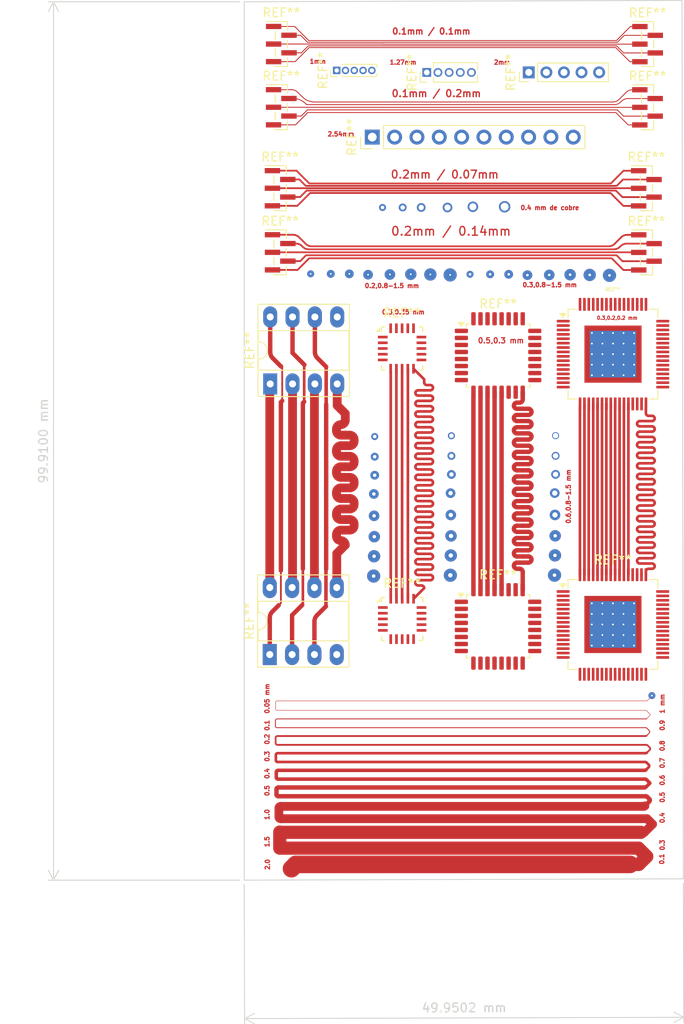
<source format=kicad_pcb>
(kicad_pcb (version 20221018) (generator pcbnew)
  (layers (0 "F.Cu" signal) (31 "B.Cu" signal) (34 "B.Paste" user) (35 "F.Paste" user) (36 "B.SilkS" user "B.Silkscreen") (37 "F.SilkS" user "F.Silkscreen") (38 "B.Mask" user) (39 "F.Mask" user) (44 "Edge.Cuts" user))
  (net 0 "")
  (footprint "Package_QFP:LQFP-64-1EP_10x10mm_P0.5mm_EP6.5x6.5mm_ThermalVias" (layer "F.Cu") (at 108.5 80.61)
    (fp_text reference "REF**")
    (fp_text value "LQFP-64-1EP_10x10mm_P0.5mm_EP6.5x6.5mm_ThermalVias" hide)
  )
  (footprint "Package_LGA:AMS_LGA-20_4.7x4.5mm_P0.65mm" (layer "F.Cu") (at 84.52 110.73)
    (fp_text reference "REF**")
    (fp_text value "AMS_LGA-20_4.7x4.5mm_P0.65mm")
  )
  (footprint "Connector_PinHeader_1.00mm:PinHeader_1x05_P1.00mm_Vertical" (layer "F.Cu") (at 77.07 48.34 90)
    (fp_text reference "REF**")
    (fp_text value "PinHeader_1x05_P1.00mm_Vertical" hide)
  )
  (footprint "Connector_PinHeader_1.00mm:PinHeader_1x05_P1.00mm_Vertical_SMD_Pin1Left" (layer "F.Cu") (at 112.425 52.54)
    (fp_text reference "REF**")
    (fp_text value "PinHeader_1x05_P1.00mm_Vertical_SMD_Pin1Left" hide)
  )
  (footprint "Connector_PinHeader_1.00mm:PinHeader_1x05_P1.00mm_Vertical_SMD_Pin1Left" (layer "F.Cu") (at 70.635 61.74)
    (fp_text reference "REF**")
    (fp_text value "PinHeader_1x05_P1.00mm_Vertical_SMD_Pin1Left" hide)
  )
  (footprint "Connector_PinHeader_1.00mm:PinHeader_1x05_P1.00mm_Vertical_SMD_Pin1Left" (layer "F.Cu") (at 112.435 45.35)
    (fp_text reference "REF**")
    (fp_text value "PinHeader_1x05_P1.00mm_Vertical_SMD_Pin1Left" hide)
  )
  (footprint "Package_QFP:LQFP-32_7x7mm_P0.8mm" (layer "F.Cu") (at 95.425 111.58)
    (fp_text reference "REF**")
    (fp_text value "LQFP-32_7x7mm_P0.8mm" hide)
  )
  (footprint "Package_DIP:DIP-8_W7.62mm_Socket_LongPads" (layer "F.Cu") (at 69.46 114.78 90)
    (fp_text reference "REF**")
    (fp_text value "DIP-8_W7.62mm_Socket_LongPads")
  )
  (footprint "Connector_PinHeader_1.00mm:PinHeader_1x05_P1.00mm_Vertical_SMD_Pin1Left" (layer "F.Cu") (at 70.775 45.34)
    (fp_text reference "REF**")
    (fp_text value "PinHeader_1x05_P1.00mm_Vertical_SMD_Pin1Left" hide)
  )
  (footprint "Connector_PinHeader_2.00mm:PinHeader_1x05_P2.00mm_Vertical" (layer "F.Cu") (at 98.92 48.56 90)
    (fp_text reference "REF**")
    (fp_text value "PinHeader_1x05_P2.00mm_Vertical" hide)
  )
  (footprint "Package_DIP:DIP-8_W7.62mm_Socket_LongPads" (layer "F.Cu") (at 69.51 84 90)
    (fp_text reference "REF**")
    (fp_text value "DIP-8_W7.62mm_Socket_LongPads")
  )
  (footprint "Connector_PinHeader_1.27mm:PinHeader_1x05_P1.27mm_Vertical" (layer "F.Cu") (at 87.32 48.57 90)
    (fp_text reference "REF**")
    (fp_text value "PinHeader_1x05_P1.27mm_Vertical" hide)
  )
  (footprint "Connector_PinHeader_1.00mm:PinHeader_1x05_P1.00mm_Vertical_SMD_Pin1Left" (layer "F.Cu") (at 112.295 61.75)
    (fp_text reference "REF**")
    (fp_text value "PinHeader_1x05_P1.00mm_Vertical_SMD_Pin1Left" hide)
  )
  (footprint "Connector_PinHeader_1.00mm:PinHeader_1x05_P1.00mm_Vertical_SMD_Pin1Left" (layer "F.Cu") (at 112.305 69.04)
    (fp_text reference "REF**")
    (fp_text value "PinHeader_1x05_P1.00mm_Vertical_SMD_Pin1Left" hide)
  )
  (footprint "Connector_PinHeader_1.00mm:PinHeader_1x05_P1.00mm_Vertical_SMD_Pin1Left" (layer "F.Cu") (at 70.765 52.53)
    (fp_text reference "REF**")
    (fp_text value "PinHeader_1x05_P1.00mm_Vertical_SMD_Pin1Left" hide)
  )
  (footprint "Package_QFP:LQFP-32_7x7mm_P0.8mm" (layer "F.Cu") (at 95.43 80.765)
    (fp_text reference "REF**")
    (fp_text value "LQFP-32_7x7mm_P0.8mm")
  )
  (footprint "Connector_PinHeader_1.00mm:PinHeader_1x05_P1.00mm_Vertical_SMD_Pin1Left" (layer "F.Cu") (at 70.645 69.03)
    (fp_text reference "REF**")
    (fp_text value "PinHeader_1x05_P1.00mm_Vertical_SMD_Pin1Left" hide)
  )
  (footprint "Package_QFP:LQFP-64-1EP_10x10mm_P0.5mm_EP6.5x6.5mm_ThermalVias" (layer "F.Cu") (at 108.49 111.36)
    (fp_text reference "REF**")
    (fp_text value "LQFP-64-1EP_10x10mm_P0.5mm_EP6.5x6.5mm_ThermalVias")
  )
  (footprint "Connector_PinHeader_2.54mm:PinHeader_1x10_P2.54mm_Vertical" (layer "F.Cu") (at 81.12 55.925 90)
    (fp_text reference "REF**")
    (fp_text value "PinHeader_1x10_P2.54mm_Vertical")
  )
  (footprint "Package_LGA:AMS_LGA-20_4.7x4.5mm_P0.65mm" (layer "F.Cu") (at 84.51 79.97)
    (fp_text reference "REF**")
    (fp_text value "AMS_LGA-20_4.7x4.5mm_P0.65mm" hide)
  )
  (gr_line (start 116.5 140.29) (end 116.35 40.38) (stroke (width 0.1)) (layer "Edge.Cuts"))
  (gr_line (start 66.55 140.44) (end 116.5 140.29) (stroke (width 0.1)) (layer "Edge.Cuts"))
  (gr_line (start 116.35 40.38) (end 66.55 40.53) (stroke (width 0.1)) (layer "Edge.Cuts"))
  (gr_line (start 66.55 40.53) (end 66.55 140.44) (stroke (width 0.1)) (layer "Edge.Cuts"))
  (gr_text "0.5,0.3 mm" (at 93.07 79.42) (layer "F.Cu") (effects (font (size 0.6 0.6) (thickness 0.125)) (justify left bottom)))
  (gr_text "0.2,0.8-1.5 mm" (at 80.2 73.125) (layer "F.Cu") (effects (font (size 0.5 0.5) (thickness 0.125)) (justify left bottom)))
  (gr_text "0.1mm / 0.1mm" (at 83.3 44.3) (layer "F.Cu") (effects (font (size 0.7 0.7)) (justify left bottom)))
  (gr_text "0.1mm / 0.2mm" (at 83.2425 51.43) (layer "F.Cu") (effects (font (size 0.8 0.8)) (justify left bottom)))
  (gr_text "0.6,0.8-1.5 mm" (at 103.725 99.95 90) (layer "F.Cu") (effects (font (size 0.5 0.5) (thickness 0.125)) (justify left bottom)))
  (gr_text "0.3,0.35 mm" (at 82.16 76.12) (layer "F.Cu") (effects (font (size 0.5 0.5) (thickness 0.125)) (justify left bottom)))
  (gr_text "1.5     1.0    0.5  0.4  0.3  0.2 0.1  0.05 mm" (at 69.45 136.75 90) (layer "F.Cu") (effects (font (size 0.5 0.5) (thickness 0.125)) (justify left bottom)))
  (gr_text "0.3,0.2,0.2 mm" (at 106.6 76.725) (layer "F.Cu") (effects (font (size 0.4 0.4) (thickness 0.1)) (justify left bottom)))
  (gr_text "1.27mm" (at 83.04 47.71) (layer "F.Cu") (effects (font (size 0.5 0.5) (thickness 0.125)) (justify left bottom)))
  (gr_text "0.2mm / 0.07mm" (at 83.14 60.7) (layer "F.Cu") (effects (font (size 0.9 0.9)) (justify left bottom)))
  (gr_text "0.3     0.4   0.5  0.6  0.7  0.8   0.9  1 mm" (at 114.4 137.125 90) (layer "F.Cu") (effects (font (size 0.5 0.5) (thickness 0.125)) (justify left bottom)))
  (gr_text "2.0" (at 69.5 139.34 90) (layer "F.Cu") (effects (font (size 0.5 0.5) (thickness 0.125)) (justify left bottom)))
  (gr_text "1mm" (at 73.94 47.61) (layer "F.Cu") (effects (font (size 0.5 0.5) (thickness 0.125)) (justify left bottom)))
  (gr_text "2.54mm" (at 75.975 55.875) (layer "F.Cu") (effects (font (size 0.5 0.5) (thickness 0.125)) (justify left bottom)))
  (gr_text "2mm" (at 94.89 47.71) (layer "F.Cu") (effects (font (size 0.5 0.5) (thickness 0.125)) (justify left bottom)))
  (gr_text "0.4 mm de cobre" (at 97.925 64.25) (layer "F.Cu") (effects (font (size 0.5 0.5) (thickness 0.125)) (justify left bottom)))
  (gr_text "0.3,0.8-1.5 mm" (at 98.15 73.025) (layer "F.Cu") (effects (font (size 0.5 0.5) (thickness 0.125)) (justify left bottom)))
  (gr_text "0.2mm / 0.14mm" (at 83.17 67.21) (layer "F.Cu") (effects (font (size 1 1)) (justify left bottom)))
  (gr_text "0.1\n" (at 114.35 138.72 90) (layer "F.Cu") (effects (font (size 0.5 0.5) (thickness 0.125)) (justify left bottom)))
  (dimension (type aligned) (layer "Edge.Cuts") (pts (xy 116.5 140.29) (xy 66.55 140.44)) (height -15.746676) (gr_text "49,9502 mm" (at 91.568834 154.96161 0.1720588807) (layer "Edge.Cuts") (effects (font (size 1 1) (thickness 0.15)))) (format (prefix "") (suffix "") (units 3) (units_format 1) (precision 4)) (style (thickness 0.1) (arrow_length 1.27) (text_position_mode 0) (extension_height 0.58642) (extension_offset 0.5) keep_text_aligned))
  (dimension (type aligned) (layer "Edge.Cuts") (pts (xy 66.55 40.53) (xy 66.55 140.44)) (height 21.69) (gr_text "99,9100 mm" (at 43.71 90.485 90) (layer "Edge.Cuts") (effects (font (size 1 1) (thickness 0.15)))) (format (prefix "") (suffix "") (units 3) (units_format 1) (precision 4)) (style (thickness 0.1) (arrow_length 1.27) (text_position_mode 0) (extension_height 0.58642) (extension_offset 0.5) keep_text_aligned))
  (segment (start 112.258579 122.1) (end 70.3 122.1) (width 0.1) (layer "F.Cu") (net 0))
  (segment (start 109.6825 63.75) (end 108.2125 62.28) (width 0.2) (layer "F.Cu") (net 0))
  (segment (start 110.74 86.2825) (end 110.75 86.2725) (width 0.3) (layer "F.Cu") (net 0))
  (segment (start 110.064214 68.04) (end 113.18 68.04) (width 0.2) (layer "F.Cu") (net 0))
  (segment (start 111.54 88.825) (end 112.24 88.825) (width 0.3) (layer "F.Cu") (net 0))
  (segment (start 112.24 98.425) (end 112.94 98.425) (width 0.3) (layer "F.Cu") (net 0))
  (segment (start 79.05 97.725) (end 79.05 97.525) (width 1) (layer "F.Cu") (net 0))
  (segment (start 77.08 107.16) (end 77.08 103.295) (width 1) (layer "F.Cu") (net 0))
  (segment (start 78.05 93.425) (end 78.55 93.425) (width 1) (layer "F.Cu") (net 0))
  (segment (start 98.88 98.025) (end 98.23 98.025) (width 0.5) (layer "F.Cu") (net 0))
  (segment (start 112.133579 131.991421) (end 112.633579 131.491421) (width 0.5) (layer "F.Cu") (net 0))
  (segment (start 73.125393 68.322893) (end 73.199607 68.397107) (width 0.2) (layer "F.Cu") (net 0))
  (segment (start 72 110.3) (end 73.15 109.15) (width 0.5) (layer "F.Cu") (net 0))
  (segment (start 70.4 128.95) (end 112.167157 128.95) (width 0.4) (layer "F.Cu") (net 0))
  (segment (start 107.74 105.6975) (end 107.74 86.2825) (width 0.3) (layer "F.Cu") (net 0))
  (segment (start 78.05 100.625) (end 78.55 100.625) (width 1) (layer "F.Cu") (net 0))
  (segment (start 97.58 104.325) (end 97.88 104.325) (width 0.5) (layer "F.Cu") (net 0))
  (segment (start 87.025 105.125) (end 87.725 105.125) (width 0.3) (layer "F.Cu") (net 0))
  (segment (start 70.875 82.15) (end 70.75 82.025) (width 0.2) (layer "F.Cu") (net 0))
  (segment (start 70.1 122.3) (end 70.1 122.9) (width 0.1) (layer "F.Cu") (net 0))
  (segment (start 70.125 120.925) (end 70.125 120.25) (width 0.05) (layer "F.Cu") (net 0))
  (segment (start 87.725 104.525) (end 87.025 104.525) (width 0.3) (layer "F.Cu") (net 0))
  (segment (start 77.55 93.425) (end 78.05 93.425) (width 1) (layer "F.Cu") (net 0))
  (segment (start 86.325 88.325) (end 87.025 88.325) (width 0.3) (layer "F.Cu") (net 0))
  (segment (start 112.94 102.625) (end 112.24 102.625) (width 0.3) (layer "F.Cu") (net 0))
  (segment (start 97.58 87.525) (end 98.23 87.525) (width 0.5) (layer "F.Cu") (net 0))
  (segment (start 87.025 93.725) (end 86.325 93.725) (width 0.3) (layer "F.Cu") (net 0))
  (segment (start 71.64 53.53) (end 73.0425 53.53) (width 0.1) (layer "F.Cu") (net 0))
  (segment (start 82.39 52.54) (end 82.38 52.53) (width 0.1) (layer "F.Cu") (net 0))
  (segment (start 70.475 109.175) (end 70.725 108.925) (width 0.2) (layer "F.Cu") (net 0))
  (segment (start 72.42 138.65) (end 110.44 138.65) (width 2) (layer "F.Cu") (net 0))
  (segment (start 112.94 90.625) (end 112.24 90.625) (width 0.3) (layer "F.Cu") (net 0))
  (segment (start 98.23 95.225) (end 97.58 95.225) (width 0.5) (layer "F.Cu") (net 0))
  (segment (start 73.79 53.13) (end 72.39 54.53) (width 0.1) (layer "F.Cu") (net 0))
  (segment (start 87.025 83.485) (end 85.81 82.27) (width 0.3) (layer "F.Cu") (net 0))
  (segment (start 109.25 105.6875) (end 109.24 105.6975) (width 0.3) (layer "F.Cu") (net 0))
  (segment (start 70.53 52.53) (end 70.54 52.54) (width 0.1) (layer "F.Cu") (net 0))
  (segment (start 70.4 61.74) (end 70.41 61.75) (width 0.2) (layer "F.Cu") (net 0))
  (segment (start 87.725 90.125) (end 87.025 90.125) (width 0.3) (layer "F.Cu") (net 0))
  (segment (start 69.46 84.34) (end 69.77 84.03) (width 0.5) (layer "F.Cu") (net 0))
  (segment (start 98.23 93.125) (end 98.88 93.125) (width 0.5) (layer "F.Cu") (net 0))
  (segment (start 87.725 99.725) (end 87.025 99.725) (width 0.3) (layer "F.Cu") (net 0))
  (segment (start 98.88 93.825) (end 98.23 93.825) (width 0.5) (layer "F.Cu") (net 0))
  (segment (start 71.52 70.03) (end 72.9225 70.03) (width 0.2) (layer "F.Cu") (net 0))
  (segment (start 111.54 91.225) (end 112.24 91.225) (width 0.3) (layer "F.Cu") (net 0))
  (segment (start 110.25 86.2725) (end 110.25 105.6875) (width 0.3) (layer "F.Cu") (net 0))
  (segment (start 86.325 100.325) (end 87.025 100.325) (width 0.3) (layer "F.Cu") (net 0))
  (segment (start 73.52125 44.89875) (end 73.7625 45.14) (width 0.1) (layer "F.Cu") (net 0))
  (segment (start 97.58 97.325) (end 98.23 97.325) (width 0.5) (layer "F.Cu") (net 0))
  (segment (start 77.13 107.11) (end 77.08 107.16) (width 0.5) (layer "F.Cu") (net 0))
  (segment (start 97.58 90.325) (end 98.23 90.325) (width 0.5) (layer "F.Cu") (net 0))
  (segment (start 73.0425 53.53) (end 73.7425 52.83) (width 0.1) (layer "F.Cu") (net 0))
  (segment (start 74.54 84.05) (end 74.59 84) (width 0.5) (layer "F.Cu") (net 0))
  (segment (start 70.6 134.975) (end 70.6 136.8) (width 1.5) (layer "F.Cu") (net 0))
  (segment (start 71.65 44.34) (end 72.9625 44.34) (width 0.1) (layer "F.Cu") (net 0))
  (segment (start 79.05 92.925) (end 79.05 92.725) (width 1) (layer "F.Cu") (net 0))
  (segment (start 98.23 102.925) (end 98.88 102.925) (width 0.5) (layer "F.Cu") (net 0))
  (segment (start 73.375 81.85) (end 73.4 81.825) (width 0.3) (layer "F.Cu") (net 0))
  (segment (start 93.43 107.4) (end 93.425 107.405) (width 0.5) (layer "F.Cu") (net 0))
  (segment (start 95.03 84.94) (end 95.03 107.4) (width 0.5) (layer "F.Cu") (net 0))
  (segment (start 87.725 84.125) (end 87.325 84.125) (width 0.3) (layer "F.Cu") (net 0))
  (segment (start 87.025 85.925) (end 87.725 85.925) (width 0.3) (layer "F.Cu") (net 0))
  (segment (start 98.225 107.405) (end 98.23 107.4) (width 0.5) (layer "F.Cu") (net 0))
  (segment (start 84.51 82.27) (end 84.51 108.42) (width 0.3) (layer "F.Cu") (net 0))
  (segment (start 70.125 124.25) (end 70.125 124.85) (width 0.2) (layer "F.Cu") (net 0))
  (segment (start 109.57 62.75) (end 113.17 62.75) (width 0.2) (layer "F.Cu") (net 0))
  (segment (start 86.325 93.125) (end 87.025 93.125) (width 0.3) (layer "F.Cu") (net 0))
  (segment (start 87.025 105.725) (end 86.325 105.725) (width 0.3) (layer "F.Cu") (net 0))
  (segment (start 70.625 135) (end 70.6 134.975) (width 1.5) (layer "F.Cu") (net 0))
  (segment (start 95.825 84.945) (end 95.83 84.94) (width 0.5) (layer "F.Cu") (net 0))
  (segment (start 72.5 59.74) (end 69.76 59.74) (width 0.2) (layer "F.Cu") (net 0))
  (segment (start 112.433579 125.108579) (end 112.671079 125.346079) (width 0.2) (layer "F.Cu") (net 0))
  (segment (start 109.64 60.75) (end 113.17 60.75) (width 0.2) (layer "F.Cu") (net 0))
  (segment (start 112.24 96.625) (end 111.54 96.625) (width 0.3) (layer "F.Cu") (net 0))
  (segment (start 112.258579 129.841421) (end 112.6875 129.4125) (width 0.4) (layer "F.Cu") (net 0))
  (segment (start 72.29 43.34) (end 69.9 43.34) (width 0.1) (layer "F.Cu") (net 0))
  (segment (start 112.24 99.025) (end 111.54 99.025) (width 0.3) (layer "F.Cu") (net 0))
  (segment (start 87.725 100.925) (end 87.025 100.925) (width 0.3) (layer "F.Cu") (net 0))
  (segment (start 110.25 105.6875) (end 110.24 105.6975) (width 0.3) (layer "F.Cu") (net 0))
  (segment (start 111.54 96.025) (end 112.24 96.025) (width 0.3) (layer "F.Cu") (net 0))
  (segment (start 108.91 69.37) (end 109.58 70.04) (width 0.2) (layer "F.Cu") (net 0))
  (segment (start 86.325 102.725) (end 87.025 102.725) (width 0.3) (layer "F.Cu") (net 0))
  (segment (start 105.25 105.6875) (end 105.24 105.6975) (width 0.3) (layer "F.Cu") (net 0))
  (segment (start 87.725 93.725) (end 87.025 93.725) (width 0.3) (layer "F.Cu") (net 0))
  (segment (start 87.025 104.525) (end 86.325 104.525) (width 0.3) (layer "F.Cu") (net 0))
  (segment (start 87.725 92.525) (end 87.025 92.525) (width 0.3) (layer "F.Cu") (net 0))
  (segment (start 96.63 107.4) (end 96.625 107.405) (width 0.5) (layer "F.Cu") (net 0))
  (segment (start 87.725 105.725) (end 87.025 105.725) (width 0.3) (layer "F.Cu") (net 0))
  (segment (start 112.075 135) (end 111.675 135) (width 1) (layer "F.Cu") (net 0))
  (segment (start 77.05 91.725) (end 77.05 91.525) (width 1) (layer "F.Cu") (net 0))
  (segment (start 98.23 95.925) (end 98.88 95.925) (width 0.5) (layer "F.Cu") (net 0))
  (segment (start 78.55 97.025) (end 78.05 97.025) (width 1) (layer "F.Cu") (net 0))
  (segment (start 111.43 67.04) (end 110.124214 67.04) (width 0.2) (layer "F.Cu") (net 0))
  (segment (start 108.2125 62.28) (end 74.0525 62.28) (width 0.2) (layer "F.Cu") (net 0))
  (segment (start 72.34 47.34) (end 69.9 47.34) (width 0.1) (layer "F.Cu") (net 0))
  (segment (start 72.05 84) (end 72.05 107.11) (width 1) (layer "F.Cu") (net 0))
  (segment (start 78.05 99.425) (end 77.55 99.425) (width 1) (layer "F.Cu") (net 0))
  (segment (start 97.58 86.125) (end 97.88 86.125) (width 0.5) (layer "F.Cu") (net 0))
  (segment (start 78.05 91.025) (end 78.55 91.025) (width 1) (layer "F.Cu") (net 0))
  (segment (start 111.54 102.025) (end 112.24 102.025) (width 0.3) (layer "F.Cu") (net 0))
  (segment (start 74.0525 62.28) (end 72.5925 63.74) (width 0.2) (layer "F.Cu") (net 0))
  (segment (start 110.23 54.54) (end 108.82 53.13) (width 0.1) (layer "F.Cu") (net 0))
  (segment (start 112.94 96.625) (end 112.24 96.625) (width 0.3) (layer "F.Cu") (net 0))
  (segment (start 112.94 99.025) (end 112.24 99.025) (width 0.3) (layer "F.Cu") (net 0))
  (segment (start 86.725 106.325) (end 87.725 106.325) (width 0.3) (layer "F.Cu") (net 0))
  (segment (start 98.23 89.625) (end 97.58 89.625) (width 0.5) (layer "F.Cu") (net 0))
  (segment (start 87.025 94.325) (end 87.725 94.325) (width 0.3) (layer "F.Cu") (net 0))
  (segment (start 111.54 104.425) (end 112.24 104.425) (width 0.3) (layer "F.Cu") (net 0))
  (segment (start 108.99 52.83) (end 109.7 53.54) (width 0.1) (layer "F.Cu") (net 0))
  (segment (start 77.55 95.825) (end 78.05 95.825) (width 1) (layer "F.Cu") (net 0))
  (segment (start 109.7 53.54) (end 113.3 53.54) (width 0.1) (layer "F.Cu") (net 0))
  (segment (start 111.42 59.75) (end 109.7 59.75) (width 0.2) (layer "F.Cu") (net 0))
  (segment (start 112.24 101.425) (end 111.54 101.425) (width 0.3) (layer "F.Cu") (net 0))
  (segment (start 87.025 95.525) (end 87.725 95.525) (width 0.3) (layer "F.Cu") (net 0))
  (segment (start 107.25 105.6875) (end 107.24 105.6975) (width 0.3) (layer "F.Cu") (net 0))
  (segment (start 112.258579 127.891421) (end 112.558579 127.591421) (width 0.3) (layer "F.Cu") (net 0))
  (segment (start 108.74 105.6975) (end 108.74 86.2825) (width 0.3) (layer "F.Cu") (net 0))
  (segment (start 95.825 107.405) (end 95.825 84.945) (width 0.5) (layer "F.Cu") (net 0))
  (segment (start 112.24 97.825) (end 111.54 97.825) (width 0.3) (layer "F.Cu") (net 0))
  (segment (start 112.358579 123.158579) (end 112.621079 123.421079) (width 0.1) (layer "F.Cu") (net 0))
  (segment (start 94.225 84.945) (end 94.23 84.94) (width 0.5) (layer "F.Cu") (net 0))
  (segment (start 70.41 69.03) (end 70.42 69.04) (width 0.2) (layer "F.Cu") (net 0))
  (segment (start 112.192157 124.05) (end 70.325 124.05) (width 0.2) (layer "F.Cu") (net 0))
  (segment (start 112.24 90.025) (end 112.94 90.025) (width 0.3) (layer "F.Cu") (net 0))
  (segment (start 73.6425 62.01) (end 108.83 62.01) (width 0.2) (layer "F.Cu") (net 0))
  (segment (start 112.308579 129.008579) (end 112.6875 129.3875) (width 0.4) (layer "F.Cu") (net 0))
  (segment (start 105.74 86.2825) (end 105.75 86.2725) (width 0.3) (layer "F.Cu") (net 0))
  (segment (start 111.75 105.6875) (end 111.74 105.6975) (width 0.3) (layer "F.Cu") (net 0))
  (segment (start 78.55 99.425) (end 78.05 99.425) (width 1) (layer "F.Cu") (net 0))
  (segment (start 86.325 90.725) (end 87.025 90.725) (width 0.3) (layer "F.Cu") (net 0))
  (segment (start 73.225 109.075) (end 73.225 105.025) (width 0.3) (layer "F.Cu") (net 0))
  (segment (start 112.24 93.025) (end 111.54 93.025) (width 0.3) (layer "F.Cu") (net 0))
  (segment (start 87.025 83.825) (end 87.025 83.485) (width 0.3) (layer "F.Cu") (net 0))
  (segment (start 87.025 92.525) (end 86.325 92.525) (width 0.3) (layer "F.Cu") (net 0))
  (segment (start 72.5925 63.74) (end 69.76 63.74) (width 0.2) (layer "F.Cu") (net 0))
  (segment (start 72.05 80.475) (end 72.05 76.38) (width 0.5) (layer "F.Cu") (net 0))
  (segment (start 107.985786 68.35) (end 74.244214 68.35) (width 0.2) (layer "F.Cu") (net 0))
  (segment (start 87.025 99.125) (end 87.725 99.125) (width 0.3) (layer "F.Cu") (net 0))
  (segment (start 77.55 100.625) (end 78.05 100.625) (width 1) (layer "F.Cu") (net 0))
  (segment (start 87.725 88.925) (end 87.025 88.925) (width 0.3) (layer "F.Cu") (net 0))
  (segment (start 70.7 133.45) (end 112.375 133.45) (width 1) (layer "F.Cu") (net 0))
  (segment (start 73.9425 69.71) (end 72.6225 71.03) (width 0.2) (layer "F.Cu") (net 0))
  (segment (start 113 134.075) (end 112.075 135) (width 1) (layer "F.Cu") (net 0))
  (segment (start 112.383579 130.958579) (end 112.633579 131.208579) (width 0.5) (layer "F.Cu") (net 0))
  (segment (start 87.725 98.525) (end 87.025 98.525) (width 0.3) (layer "F.Cu") (net 0))
  (segment (start 73.154213 51.344213) (end 72.632893 50.822893) (width 0.1) (layer "F.Cu") (net 0))
  (segment (start 87.725 86.525) (end 87.025 86.525) (width 0.3) (layer "F.Cu") (net 0))
  (segment (start 109.58 70.04) (end 113.18 70.04) (width 0.2) (layer "F.Cu") (net 0))
  (segment (start 73.7425 52.83) (end 108.99 52.83) (width 0.1) (layer "F.Cu") (net 0))
  (segment (start 77.05 96.525) (end 77.05 96.325) (width 1) (layer "F.Cu") (net 0))
  (segment (start 97.58 93.125) (end 98.23 93.125) (width 0.5) (layer "F.Cu") (net 0))
  (segment (start 112.358579 125.941421) (end 112.671079 125.628921) (width 0.2) (layer "F.Cu") (net 0))
  (segment (start 78.05 97.025) (end 77.55 97.025) (width 1) (layer "F.Cu") (net 0))
  (segment (start 112.94 95.425) (end 112.24 95.425) (width 0.3) (layer "F.Cu") (net 0))
  (segment (start 97.58 88.925) (end 98.23 88.925) (width 0.5) (layer "F.Cu") (net 0))
  (segment (start 85.17 108.43) (end 85.17 82.28) (width 0.3) (layer "F.Cu") (net 0))
  (segment (start 71.51 60.74) (end 72.8225 60.74) (width 0.2) (layer "F.Cu") (net 0))
  (segment (start 78.05 95.825) (end 78.55 95.825) (width 1) (layer "F.Cu") (net 0))
  (segment (start 109.74 86.2825) (end 109.75 86.2725) (width 0.3) (layer "F.Cu") (net 0))
  (segment (start 86.325 103.925) (end 87.025 103.925) (width 0.3) (layer "F.Cu") (net 0))
  (segment (start 87.725 103.325) (end 87.025 103.325) (width 0.3) (layer "F.Cu") (net 0))
  (segment (start 69.46 107.16) (end 69.46 84.34) (width 1) (layer "F.Cu") (net 0))
  (segment (start 112.94 89.425) (end 112.24 89.425) (width 0.3) (layer "F.Cu") (net 0))
  (segment (start 98.23 107.4) (end 98.23 105.375) (width 0.5) (layer "F.Cu") (net 0))
  (segment (start 86.325 101.525) (end 87.025 101.525) (width 0.3) (layer "F.Cu") (net 0))
  (segment (start 98.23 92.425) (end 97.58 92.425) (width 0.5) (layer "F.Cu") (net 0))
  (segment (start 87.725 97.325) (end 87.025 97.325) (width 0.3) (layer "F.Cu") (net 0))
  (segment (start 108.25 61.2) (end 73.96 61.2) (width 0.2) (layer "F.Cu") (net 0))
  (segment (start 98.23 97.325) (end 98.88 97.325) (width 0.5) (layer "F.Cu") (net 0))
  (segment (start 97.88 105.025) (end 97.58 105.025) (width 0.5) (layer "F.Cu") (net 0))
  (segment (start 78.05 87.925) (end 78.05 87.37) (width 1) (layer "F.Cu") (net 0))
  (segment (start 73.94 45.74) (end 72.34 47.34) (width 0.1) (layer "F.Cu") (net 0))
  (segment (start 112.24 90.625) (end 111.54 90.625) (width 0.3) (layer "F.Cu") (net 0))
  (segment (start 95.03 107.4) (end 95.025 107.405) (width 0.5) (layer "F.Cu") (net 0))
  (segment (start 98.88 96.625) (end 98.23 96.625) (width 0.5) (layer "F.Cu") (net 0))
  (segment (start 74.59 80.350786) (end 74.59 76.38) (width 0.5) (layer "F.Cu") (net 0))
  (segment (start 78.55 89.825) (end 78.05 89.825) (width 1) (layer "F.Cu") (net 0))
  (segment (start 78.05 98.225) (end 78.55 98.225) (width 1) (layer "F.Cu") (net 0))
  (segment (start 74.832893 110.317107) (end 75.85 109.3) (width 0.5) (layer "F.Cu") (net 0))
  (segment (start 86.325 89.525) (end 87.025 89.525) (width 0.3) (layer "F.Cu") (net 0))
  (segment (start 98.23 102.225) (end 97.58 102.225) (width 0.5) (layer "F.Cu") (net 0))
  (segment (start 83.22 108.43) (end 83.22 82.59) (width 0.3) (layer "F.Cu") (net 0))
  (segment (start 110.48 43.35) (end 108.89 44.94) (width 0.1) (layer "F.Cu") (net 0))
  (segment (start 112.24 92.425) (end 112.94 92.425) (width 0.3) (layer "F.Cu") (net 0))
  (segment (start 87.025 99.725) (end 86.325 99.725) (width 0.3) (layer "F.Cu") (net 0))
  (segment (start 112.242157 130.9) (end 70.425 130.9) (width 0.5) (layer "F.Cu") (net 0))
  (segment (start 98.88 102.225) (end 98.23 102.225) (width 0.5) (layer "F.Cu") (net 0))
  (segment (start 109.6825 71.04) (end 108.3525 69.71) (width 0.2) (layer "F.Cu") (net 0))
  (segment (start 75.875 82.05) (end 74.882893 81.057893) (width 0.5) (layer "F.Cu") (net 0))
  (segment (start 98.23 91.725) (end 98.88 91.725) (width 0.5) (layer "F.Cu") (net 0))
  (segment (start 98.23 85.775) (end 98.23 85.035603) (width 0.5) (layer "F.Cu") (net 0))
  (segment (start 77.05 98.925) (end 77.05 98.725) (width 1) (layer "F.Cu") (net 0))
  (segment (start 72.9625 44.34) (end 73.52125 44.89875) (width 0.1) (layer "F.Cu") (net 0))
  (segment (start 112.24 91.825) (end 111.54 91.825) (width 0.3) (layer "F.Cu") (net 0))
  (segment (start 85.82 108.43) (end 87.025 107.225) (width 0.3) (layer "F.Cu") (net 0))
  (segment (start 98.23 103.625) (end 97.58 103.625) (width 0.5) (layer "F.Cu") (net 0))
  (segment (start 112.24 99.625) (end 112.94 99.625) (width 0.3) (layer "F.Cu") (net 0))
  (segment (start 70.6 136.8) (end 111.39 136.8) (width 1.5) (layer "F.Cu") (net 0))
  (segment (start 73.537107 68.057107) (end 72.802893 67.322893) (width 0.2) (layer "F.Cu") (net 0))
  (segment (start 86.325 99.125) (end 87.025 99.125) (width 0.3) (layer "F.Cu") (net 0))
  (segment (start 86.325 106.325) (end 86.725 106.325) (width 0.3) (layer "F.Cu") (net 0))
  (segment (start 86.325 91.925) (end 87.025 91.925) (width 0.3) (layer "F.Cu") (net 0))
  (segment (start 70.5 132.25) (end 70.5 133.25) (width 1) (layer "F.Cu") (net 0))
  (segment (start 97.58 102.925) (end 98.23 102.925) (width 0.5) (layer "F.Cu") (net 0))
  (segment (start 106.74 105.6975) (end 106.74 86.2825) (width 0.3) (layer "F.Cu") (net 0))
  (segment (start 109.997107 50.832893) (end 109.192893 51.637107) (width 0.1) (layer "F.Cu") (net 0))
  (segment (start 112.217157 126) (end 70.35 126) (width 0.3) (layer "F.Cu") (net 0))
  (segment (start 111.25 105.6875) (end 111.24 105.6975) (width 0.3) (layer "F.Cu") (net 0))
  (segment (start 112.24 102.025) (end 112.94 102.025) (width 0.3) (layer "F.Cu") (net 0))
  (segment (start 112.24 100.825) (end 112.94 100.825) (width 0.3) (layer "F.Cu") (net 0))
  (segment (start 112.329289 122.070711) (end 112.704289 121.695711) (width 0.05) (layer "F.Cu") (net 0))
  (segment (start 87.725 91.325) (end 87.025 91.325) (width 0.3) (layer "F.Cu") (net 0))
  (segment (start 98.88 91.025) (end 98.23 91.025) (width 0.5) (layer "F.Cu") (net 0))
  (segment (start 112.24 103.825) (end 111.54 103.825) (width 0.3) (layer "F.Cu") (net 0))
  (segment (start 70.725 86.075) (end 70.875 85.925) (width 0.5) (layer "F.Cu") (net 0))
  (segment (start 112.233579 121.125) (end 70.325 121.125) (width 0.05) (layer "F.Cu") (net 0))
  (segment (start 87.725 94.925) (end 87.025 94.925) (width 0.3) (layer "F.Cu") (net 0))
  (segment (start 109.372893 51.937107) (end 109.477107 51.832893) (width 0.1) (layer "F.Cu") (net 0))
  (segment (start 73.906714 68.69) (end 108.585786 68.69) (width 0.2) (layer "F.Cu") (net 0))
  (segment (start 71.51 62.74) (end 72.9125 62.74) (width 0.2) (layer "F.Cu") (net 0))
  (segment (start 77.05 94.125) (end 77.05 93.925) (width 1) (layer "F.Cu") (net 0))
  (segment (start 111.54 103.225) (end 112.24 103.225) (width 0.3) (layer "F.Cu") (net 0))
  (segment (start 98.23 86.825) (end 97.58 86.825) (width 0.5) (layer "F.Cu") (net 0))
  (segment (start 86.725 106.925) (end 86.325 106.925) (width 0.3) (layer "F.Cu") (net 0))
  (segment (start 112.375 120.05) (end 112.925 119.5) (width 0.05) (layer "F.Cu") (net 0))
  (segment (start 112.25 86.2725) (end 112.24 86.2825) (width 0.3) (layer "F.Cu") (net 0))
  (segment (start 87.025 86.525) (end 86.325 86.525) (width 0.3) (layer "F.Cu") (net 0))
  (segment (start 108.83 62.01) (end 109.57 62.75) (width 0.2) (layer "F.Cu") (net 0))
  (segment (start 111.54 94.825) (end 112.24 94.825) (width 0.3) (layer "F.Cu") (net 0))
  (segment (start 108.485786 51.93) (end 74.568427 51.93) (width 0.1) (layer "F.Cu") (net 0))
  (segment (start 73.7625 45.14) (end 108.99 45.14) (width 0.1) (layer "F.Cu") (net 0))
  (segment (start 98.88 89.625) (end 98.23 89.625) (width 0.5) (layer "F.Cu") (net 0))
  (segment (start 73.89 44.94) (end 72.29 43.34) (width 0.1) (layer "F.Cu") (net 0))
  (segment (start 98.23 93.825) (end 97.58 93.825) (width 0.5) (layer "F.Cu") (net 0))
  (segment (start 109.25 86.2725) (end 109.25 105.6875) (width 0.3) (layer "F.Cu") (net 0))
  (segment (start 97.88 104.325) (end 98.88 104.325) (width 0.5) (layer "F.Cu") (net 0))
  (segment (start 112.24 93.625) (end 112.94 93.625) (width 0.3) (layer "F.Cu") (net 0))
  (segment (start 70.725 108.925) (end 70.725 105.225) (width 0.2) (layer "F.Cu") (net 0))
  (segment (start 70.425 129.9) (end 112.117157 129.9) (width 0.5) (layer "F.Cu") (net 0))
  (segment (start 72.9225 70.03) (end 73.5825 69.37) (width 0.2) (layer "F.Cu") (net 0))
  (segment (start 97.425 84.945) (end 97.43 84.94) (width 0.5) (layer "F.Cu") (net 0))
  (segment (start 112.24 94.825) (end 112.94 94.825) (width 0.3) (layer "F.Cu") (net 0))
  (segment (start 108.82 53.13) (end 73.79 53.13) (width 0.1) (layer "F.Cu") (net 0))
  (segment (start 87.025 96.725) (end 87.725 96.725) (width 0.3) (layer "F.Cu") (net 0))
  (segment (start 109.71 46.35) (end 108.9 45.54) (width 0.1) (layer "F.Cu") (net 0))
  (segment (start 112.308579 127.058579) (end 112.558579 127.308579) (width 0.3) (layer "F.Cu") (net 0))
  (segment (start 73.4 81.825) (end 72.05 80.475) (width 0.5) (layer "F.Cu") (net 0))
  (segment (start 112.925 119.5) (end 112.925 119.45) (width 0.05) (layer "F.Cu") (net 0))
  (segment (start 69.46 114.78) (end 69.46 110.604214) (width 0.5) (layer "F.Cu") (net 0))
  (segment (start 112.94 93.025) (end 112.24 93.025) (width 0.3) (layer "F.Cu") (net 0))
  (segment (start 111.55 50.54) (end 110.704214 50.54) (width 0.1) (layer "F.Cu") (net 0))
  (segment (start 77.13 84) (end 77.13 86.45) (width 1) (layer "F.Cu") (net 0))
  (segment (start 112.94 88.225) (end 112.54 88.225) (width 0.3) (layer "F.Cu") (net 0))
  (segment (start 71.93 139.14) (end 72.42 138.65) (width 2) (layer "F.Cu") (net 0))
  (segment (start 109.417107 67.332893) (end 108.692893 68.057107) (width 0.2) (layer "F.Cu") (net 0))
  (segment (start 77.05 101.325) (end 77.05 101.125) (width 1) (layer "F.Cu") (net 0))
  (segment (start 98.23 88.925) (end 98.88 88.925) (width 0.5) (layer "F.Cu") (net 0))
  (segment (start 78.05 92.225) (end 77.55 92.225) (width 1) (layer "F.Cu") (net 0))
  (segment (start 77.08 103.295) (end 78.05 102.325) (width 1) (layer "F.Cu") (net 0))
  (segment (start 86.325 84.725) (end 87.025 84.725) (width 0.3) (layer "F.Cu") (net 0))
  (segment (start 75.85 105.075) (end 75.875 105.05) (width 0.4) (layer "F.Cu") (net 0))
  (segment (start 70.3 123.1) (end 112.217157 123.1) (width 0.1) (layer "F.Cu") (net 0))
  (segment (start 112.34 137.75) (end 111.44 138.65) (width 1.5) (layer "F.Cu") (net 0))
  (segment (start 86.325 94.325) (end 87.025 94.325) (width 0.3) (layer "F.Cu") (net 0))
  (segment (start 106.74 86.2825) (end 106.75 86.2725) (width 0.3) (layer "F.Cu") (net 0))
  (segment (start 87.025 90.125) (end 86.325 90.125) (width 0.3) (layer "F.Cu") (net 0))
  (segment (start 87.025 96.125) (end 86.325 96.125) (width 0.3) (layer "F.Cu") (net 0))
  (segment (start 73.225 105.025) (end 73.225 86.175) (width 0.5) (layer "F.Cu") (net 0))
  (segment (start 87.025 100.925) (end 86.325 100.925) (width 0.3) (layer "F.Cu") (net 0))
  (segment (start 87.725 102.125) (end 87.025 102.125) (width 0.3) (layer "F.Cu") (net 0))
  (segment (start 112.24 104.425) (end 112.94 104.425) (width 0.3) (layer "F.Cu") (net 0))
  (segment (start 87.025 91.325) (end 86.325 91.325) (width 0.3) (layer "F.Cu") (net 0))
  (segment (start 98.88 99.425) (end 98.23 99.425) (width 0.5) (layer "F.Cu") (net 0))
  (segment (start 110.42 47.35) (end 108.81 45.74) (width 0.1) (layer "F.Cu") (net 0))
  (segment (start 87.725 85.325) (end 87.025 85.325) (width 0.3) (layer "F.Cu") (net 0))
  (segment (start 86.325 85.925) (end 87.025 85.925) (width 0.3) (layer "F.Cu") (net 0))
  (segment (start 79.05 100.125) (end 79.05 99.925) (width 1) (layer "F.Cu") (net 0))
  (segment (start 98.23 98.025) (end 97.58 98.025) (width 0.5) (layer "F.Cu") (net 0))
  (segment (start 72.05 107.11) (end 72 107.16) (width 0.5) (layer "F.Cu") (net 0))
  (segment (start 108.3525 69.71) (end 73.9425 69.71) (width 0.2) (layer "F.Cu") (net 0))
  (segment (start 83.86 108.42) (end 83.87 108.43) (width 0.3) (layer "F.Cu") (net 0))
  (segment (start 112.24 102.625) (end 111.54 102.625) (width 0.3) (layer "F.Cu") (net 0))
  (segment (start 86.325 105.125) (end 87.025 105.125) (width 0.3) (layer "F.Cu") (net 0))
  (segment (start 98.23 90.325) (end 98.88 90.325) (width 0.5) (layer "F.Cu") (net 0))
  (segment (start 109.292893 68.397107) (end 109.357107 68.332893) (width 0.2) (layer "F.Cu") (net 0))
  (segment (start 109.78 44.35) (end 108.99 45.14) (width 0.1) (layer "F.Cu") (net 0))
  (segment (start 87.025 101.525) (end 87.725 101.525) (width 0.3) (layer "F.Cu") (net 0))
  (segment (start 79.05 95.325) (end 79.05 95.125) (width 1) (layer "F.Cu") (net 0))
  (segment (start 70.75 82.025) (end 69.802893 81.077893) (width 0.5) (layer "F.Cu") (net 0))
  (segment (start 112.24 103.225) (end 112.94 103.225) (width 0.3) (layer "F.Cu") (net 0))
  (segment (start 72.8225 60.74) (end 73.5525 61.47) (width 0.2) (layer "F.Cu") (net 0))
  (segment (start 108.89 44.94) (end 73.89 44.94) (width 0.1) (layer "F.Cu") (net 0))
  (segment (start 111.55 54.54) (end 110.23 54.54) (width 0.1) (layer "F.Cu") (net 0))
  (segment (start 98.88 88.225) (end 98.23 88.225) (width 0.5) (layer "F.Cu") (net 0))
  (segment (start 112.117157 127.95) (end 70.4 127.95) (width 0.4) (layer "F.Cu") (net 0))
  (segment (start 70.325 120.05) (end 112.375 120.05) (width 0.05) (layer "F.Cu") (net 0))
  (segment (start 73.225 86.175) (end 73.375 86.025) (width 0.5) (layer "F.Cu") (net 0))
  (segment (start 111.992157 132.05) (end 70.7 132.05) (width 1) (layer "F.Cu") (net 0))
  (segment (start 112.24 105.325) (end 112.24 105.6975) (width 0.3) (layer "F.Cu") (net 0))
  (segment (start 72.9125 62.74) (end 73.6425 62.01) (width 0.2) (layer "F.Cu") (net 0))
  (segment (start 111.54 92.425) (end 112.24 92.425) (width 0.3) (layer "F.Cu") (net 0))
  (segment (start 111.43 69.04) (end 111.42 69.03) (width 0.2) (layer "F.Cu") (net 0))
  (segment (start 112.54 88.225) (end 111.54 88.225) (width 0.3) (layer "F.Cu") (net 0))
  (segment (start 112.375 133.45) (end 113 134.075) (width 1) (layer "F.Cu") (net 0))
  (segment (start 72.39 54.53) (end 69.89 54.53) (width 0.1) (layer "F.Cu") (net 0))
  (segment (start 87.025 88.325) (end 87.725 88.325) (width 0.3) (layer "F.Cu") (net 0))
  (segment (start 112.94 97.825) (end 112.24 97.825) (width 0.3) (layer "F.Cu") (net 0))
  (segment (start 105.74 105.6975) (end 105.74 86.2825) (width 0.3) (layer "F.Cu") (net 0))
  (segment (start 87.025 103.325) (end 86.325 103.325) (width 0.3) (layer "F.Cu") (net 0))
  (segment (start 85.17 82.28) (end 85.16 82.27) (width 0.3) (layer "F.Cu") (net 0))
  (segment (start 84.51 108.42) (end 84.52 108.43) (width 0.3) (layer "F.Cu") (net 0))
  (segment (start 98.23 100.125) (end 98.88 100.125) (width 0.5) (layer "F.Cu") (net 0))
  (segment (start 83.86 82.27) (end 83.86 108.42) (width 0.3) (layer "F.Cu") (net 0))
  (segment (start 87.025 102.725) (end 87.725 102.725) (width 0.3) (layer "F.Cu") (net 0))
  (segment (start 98.88 95.225) (end 98.23 95.225) (width 0.5) (layer "F.Cu") (net 0))
  (segment (start 98.23 101.525) (end 98.88 101.525) (width 0.5) (layer "F.Cu") (net 0))
  (segment (start 69.51 80.370786) (end 69.51 76.38) (width 0.5) (layer "F.Cu") (net 0))
  (segment (start 87.725 87.725) (end 87.025 87.725) (width 0.3) (layer "F.Cu") (net 0))
  (segment (start 111.39 136.8) (end 112.34 137.75) (width 1.5) (layer "F.Cu") (net 0))
  (segment (start 86.325 87.125) (end 87.025 87.125) (width 0.3) (layer "F.Cu") (net 0))
  (segment (start 78.05 94.625) (end 77.55 94.625) (width 1) (layer "F.Cu") (net 0))
  (segment (start 108.81 45.74) (end 73.94 45.74) (width 0.1) (layer "F.Cu") (net 0))
  (segment (start 110.184214 51.54) (end 113.3 51.54) (width 0.1) (layer "F.Cu") (net 0))
  (segment (start 98.23 99.425) (end 97.58 99.425) (width 0.5) (layer "F.Cu") (net 0))
  (segment (start 75.875 86.325) (end 75.875 82.05) (width 0.4) (layer "F.Cu") (net 0))
  (segment (start 87.025 88.925) (end 86.325 88.925) (width 0.3) (layer "F.Cu") (net 0))
  (segment (start 70.15 126.2) (end 70.15 126.8) (width 0.3) (layer "F.Cu") (net 0))
  (segment (start 97.58 101.525) (end 98.23 101.525) (width 0.5) (layer "F.Cu") (net 0))
  (segment (start 111.675 135) (end 70.625 135) (width 1.5) (layer "F.Cu") (net 0))
  (segment (start 87.025 98.525) (end 86.325 98.525) (width 0.3) (layer "F.Cu") (net 0))
  (segment (start 109.74 105.6975) (end 109.74 86.2825) (width 0.3) (layer "F.Cu") (net 0))
  (segment (start 72 114.78) (end 72 110.3) (width 0.5) (layer "F.Cu") (net 0))
  (segment (start 111.56 47.35) (end 110.42 47.35) (width 0.1) (layer "F.Cu") (net 0))
  (segment (start 112.94 100.225) (end 112.24 100.225) (width 0.3) (layer "F.Cu") (net 0))
  (segment (start 70.225 130.7) (end 70.225 130.1) (width 0.5) (layer "F.Cu") (net 0))
  (segment (start 73.5525 61.47) (end 108.92 61.47) (width 0.2) (layer "F.Cu") (net 0))
  (segment (start 87.025 87.725) (end 86.325 87.725) (width 0.3) (layer "F.Cu") (net 0))
  (segment (start 77.55 98.225) (end 78.05 98.225) (width 1) (layer "F.Cu") (net 0))
  (segment (start 111.41 61.74) (end 69.76 61.74) (width 0.2) (layer "F.Cu") (net 0))
  (segment (start 78.55 94.625) (end 78.05 94.625) (width 1) (layer "F.Cu") (net 0))
  (segment (start 106.25 105.6875) (end 106.24 105.6975) (width 0.3) (layer "F.Cu") (net 0))
  (segment (start 98.23 94.525) (end 98.88 94.525) (width 0.5) (layer "F.Cu") (net 0))
  (segment (start 111.54 93.625) (end 112.24 93.625) (width 0.3) (layer "F.Cu") (net 0))
  (segment (start 97.58 98.725) (end 98.23 98.725) (width 0.5) (layer "F.Cu") (net 0))
  (segment (start 87.025 85.325) (end 86.325 85.325) (width 0.3) (layer "F.Cu") (net 0))
  (segment (start 87.025 94.925) (end 86.325 94.925) (width 0.3) (layer "F.Cu") (net 0))
  (segment (start 72.6225 71.03) (end 69.77 71.03) (width 0.2) (layer "F.Cu") (net 0))
  (segment (start 109.7 59.75) (end 108.25 61.2) (width 0.2) (layer "F.Cu") (net 0))
  (segment (start 111.54 100.825) (end 112.24 100.825) (width 0.3) (layer "F.Cu") (net 0))
  (segment (start 70.2 128.15) (end 70.2 128.75) (width 0.4) (layer "F.Cu") (net 0))
  (segment (start 112.24 100.225) (end 111.54 100.225) (width 0.3) (layer "F.Cu") (net 0))
  (segment (start 70.325 125.05) (end 112.292157 125.05) (width 0.2) (layer "F.Cu") (net 0))
  (segment (start 112.70429 121.55429) (end 112.30429 121.15429) (width 0.05) (layer "F.Cu") (net 0))
  (segment (start 97.58 95.925) (end 98.23 95.925) (width 0.5) (layer "F.Cu") (net 0))
  (segment (start 86.325 95.525) (end 87.025 95.525) (width 0.3) (layer "F.Cu") (net 0))
  (segment (start 112.94 105.025) (end 112.54 105.025) (width 0.3) (layer "F.Cu") (net 0))
  (segment (start 112.333579 123.991421) (end 112.621079 123.703921) (width 0.1) (layer "F.Cu") (net 0))
  (segment (start 78.05 88.125) (end 78.05 87.925) (width 1) (layer "F.Cu") (net 0))
  (segment (start 82.4 45.35) (end 82.39 45.34) (width 0.1) (layer "F.Cu") (net 0))
  (segment (start 98.88 100.825) (end 98.23 100.825) (width 0.5) (layer "F.Cu") (net 0))
  (segment (start 106.25 86.2725) (end 106.25 105.6875) (width 0.3) (layer "F.Cu") (net 0))
  (segment (start 112.24 96.025) (end 112.94 96.025) (width 0.3) (layer "F.Cu") (net 0))
  (segment (start 111.54 99.625) (end 112.24 99.625) (width 0.3) (layer "F.Cu") (net 0))
  (segment (start 87.025 97.925) (end 87.725 97.925) (width 0.3) (layer "F.Cu") (net 0))
  (segment (start 111.43 71.04) (end 109.6825 71.04) (width 0.2) (layer "F.Cu") (net 0))
  (segment (start 111.54 98.425) (end 112.24 98.425) (width 0.3) (layer "F.Cu") (net 0))
  (segment (start 73.8525 45.54) (end 108.9 45.54) (width 0.1) (layer "F.Cu") (net 0))
  (segment (start 111.56 45.35) (end 82.4 45.35) (width 0.1) (layer "F.Cu") (net 0))
  (segment (start 111.42 69.03) (end 69.77 69.03) (width 0.2) (layer "F.Cu") (net 0))
  (segment (start 73.375 86.025) (end 73.375 81.85) (width 0.3) (layer "F.Cu") (net 0))
  (segment (start 112.94 101.425) (end 112.24 101.425) (width 0.3) (layer "F.Cu") (net 0))
  (segment (start 108.74 86.2825) (end 108.75 86.2725) (width 0.3) (layer "F.Cu") (net 0))
  (segment (start 70.725 105.225) (end 70.725 86.075) (width 0.5) (layer "F.Cu") (net 0))
  (segment (start 70.35 127) (end 112.167157 127) (width 0.3) (layer "F.Cu") (net 0))
  (segment (start 112.24 95.425) (end 111.54 95.425) (width 0.3) (layer "F.Cu") (net 0))
  (segment (start 87.025 84.725) (end 87.725 84.725) (width 0.3) (layer "F.Cu") (net 0))
  (segment (start 75.875 105.05) (end 75.875 86.325) (width 0.5) (layer "F.Cu") (net 0))
  (segment (start 98.88 86.825) (end 98.23 86.825) (width 0.5) (layer "F.Cu") (net 0))
  (segment (start 71.925786 50.53) (end 69.89 50.53) (width 0.1) (layer "F.Cu") (net 0))
  (segment (start 87.025 93.125) (end 87.725 93.125) (width 0.3) (layer "F.Cu") (net 0))
  (segment (start 82.38 52.53) (end 69.89 52.53) (width 0.1) (layer "F.Cu") (net 0))
  (segment (start 87.025 90.725) (end 87.725 90.725) (width 0.3) (layer "F.Cu") (net 0))
  (segment (start 98.88 92.425) (end 98.23 92.425) (width 0.5) (layer "F.Cu") (net 0))
  (segment (start 79.05 90.525) (end 79.05 90.325) (width 1) (layer "F.Cu") (net 0))
  (segment (start 98.23 85.035603) (end 98.23 84.94) (width 0.5) (layer "F.Cu") (net 0))
  (segment (start 97.58 91.725) (end 98.23 91.725) (width 0.5) (layer "F.Cu") (net 0))
  (segment (start 77.55 91.025) (end 78.05 91.025) (width 1) (layer "F.Cu") (net 0))
  (segment (start 111.56 43.35) (end 110.48 43.35) (width 0.1) (layer "F.Cu") (net 0))
  (segment (start 73.96 61.2) (end 72.5 59.74) (width 0.2) (layer "F.Cu") (net 0))
  (segment (start 111.42 61.75) (end 111.41 61.74) (width 0.2) (layer "F.Cu") (net 0))
  (segment (start 112.24 97.225) (end 112.94 97.225) (width 0.3) (layer "F.Cu") (net 0))
  (segment (start 73.15 109.15) (end 73.225 109.075) (width 0.3) (layer "F.Cu") (net 0))
  (segment (start 105.25 86.2725) (end 105.25 105.6875) (width 0.3) (layer "F.Cu") (net 0))
  (segment (start 87.725 96.125) (end 87.025 96.125) (width 0.3) (layer "F.Cu") (net 0))
  (segment (start 108.25 86.2725) (end 108.25 105.6875) (width 0.3) (layer "F.Cu") (net 0))
  (segment (start 75.85 109.3) (end 75.85 105.075) (width 0.4) (layer "F.Cu") (net 0))
  (segment (start 73.0525 46.34) (end 73.8525 45.54) (width 0.1) (layer "F.Cu") (net 0))
  (segment (start 71.64 51.53) (end 72.124073 51.53) (width 0.1) (layer "F.Cu") (net 0))
  (segment (start 77.13 86.45) (end 78.05 87.37) (width 1) (layer "F.Cu") (net 0))
  (segment (start 112.24 88.825) (end 112.94 88.825) (width 0.3) (layer "F.Cu") (net 0))
  (segment (start 112.24 94.225) (end 111.54 94.225) (width 0.3) (layer "F.Cu") (net 0))
  (segment (start 112.24 91.225) (end 112.94 91.225) (width 0.3) (layer "F.Cu") (net 0))
  (segment (start 113.31 46.35) (end 109.71 46.35) (width 0.1) (layer "F.Cu") (net 0))
  (segment (start 113.31 44.35) (end 109.78 44.35) (width 0.1) (layer "F.Cu") (net 0))
  (segment (start 87.025 89.525) (end 87.725 89.525) (width 0.3) (layer "F.Cu") (net 0))
  (segment (start 94.225 107.405) (end 94.225 84.945) (width 0.5) (layer "F.Cu") (net 0))
  (segment (start 92.625 107.405) (end 92.625 85.315) (width 0.5) (layer "F.Cu") (net 0))
  (segment (start 86.325 97.925) (end 87.025 97.925) (width 0.3) (layer "F.Cu") (net 0))
  (segment (start 111.42 63.75) (end 109.6825 63.75) (width 0.2) (layer "F.Cu") (net 0))
  (segment (start 107.25 86.2725) (end 107.25 105.6875) (width 0.3) (layer "F.Cu") (net 0))
  (segment (start 78.05 89.825) (end 77.55 89.825) (width 1) (layer "F.Cu") (net 0))
  (segment (start 87.025 97.325) (end 86.325 97.325) (width 0.3) (layer "F.Cu") (net 0))
  (segment (start 73.538287 52.115787) (end 73.623211 52.200711) (width 0.1) (layer "F.Cu") (net 0))
  (segment (start 87.025 103.925) (end 87.725 103.925) (width 0.3) (layer "F.Cu") (net 0))
  (segment (start 74.54 114.78) (end 74.54 111.024214) (width 0.5) (layer "F.Cu") (net 0))
  (segment (start 104.74 105.6975) (end 104.74 86.5825) (width 0.3) (layer "F.Cu") (net 0))
  (segment (start 87.025 87.125) (end 87.725 87.125) (width 0.3) (layer "F.Cu") (net 0))
  (segment (start 93.43 84.94) (end 93.43 107.4) (width 0.5) (layer "F.Cu") (net 0))
  (segment (start 107.74 86.2825) (end 107.75 86.2725) (width 0.3) (layer "F.Cu") (net 0))
  (segment (start 112.94 94.225) (end 112.24 94.225) (width 0.3) (layer "F.Cu") (net 0))
  (segment (start 112.94 103.825) (end 112.24 103.825) (width 0.3) (layer "F.Cu") (net 0))
  (segment (start 98.23 98.725) (end 98.88 98.725) (width 0.5) (layer "F.Cu") (net 0))
  (segment (start 70.54 45.34) (end 70.55 45.35) (width 0.1) (layer "F.Cu") (net 0))
  (segment (start 71.65 46.34) (end 73.0525 46.34) (width 0.1) (layer "F.Cu") (net 0))
  (segment (start 111.44 138.65) (end 110.44 138.65) (width 1.5) (layer "F.Cu") (net 0))
  (segment (start 98.23 96.625) (end 97.58 96.625) (width 0.5) (layer "F.Cu") (net 0))
  (segment (start 98.88 103.625) (end 98.23 103.625) (width 0.5) (layer "F.Cu") (net 0))
  (segment (start 71.52 68.03) (end 72.418286 68.03) (width 0.2) (layer "F.Cu") (net 0))
  (segment (start 111.54 90.025) (end 112.24 90.025) (width 0.3) (layer "F.Cu") (net 0))
  (segment (start 86.325 96.725) (end 87.025 96.725) (width 0.3) (layer "F.Cu") (net 0))
  (segment (start 87.025 91.925) (end 87.725 91.925) (width 0.3) (layer "F.Cu") (net 0))
  (segment (start 112.24 89.425) (end 111.54 89.425) (width 0.3) (layer "F.Cu") (net 0))
  (segment (start 87.025 102.125) (end 86.325 102.125) (width 0.3) (layer "F.Cu") (net 0))
  (segment (start 111.55 52.54) (end 82.39 52.54) (width 0.1) (layer "F.Cu") (net 0))
  (segment (start 70.875 85.925) (end 70.875 82.15) (width 0.2) (layer "F.Cu") (net 0))
  (segment (start 77.05 89.325) (end 77.05 89.125) (width 1) (layer "F.Cu") (net 0))
  (segment (start 72.095786 67.03) (end 69.77 67.03) (width 0.2) (layer "F.Cu") (net 0))
  (segment (start 73.5825 69.37) (end 108.91 69.37) (width 0.2) (layer "F.Cu") (net 0))
  (segment (start 97.58 100.125) (end 98.23 100.125) (width 0.5) (layer "F.Cu") (net 0))
  (segment (start 98.23 91.025) (end 97.58 91.025) (width 0.5) (layer "F.Cu") (net 0))
  (segment (start 112.54 87.625) (end 112.94 87.625) (width 0.3) (layer "F.Cu") (net 0))
  (segment (start 98.23 87.525) (end 98.88 87.525) (width 0.5) (layer "F.Cu") (net 0))
  (segment (start 74.54 107.16) (end 74.54 84.05) (width 1) (layer "F.Cu") (net 0))
  (segment (start 82.39 45.34) (end 69.9 45.34) (width 0.1) (layer "F.Cu") (net 0))
  (segment (start 87.025 100.325) (end 87.725 100.325) (width 0.3) (layer "F.Cu") (net 0))
  (segment (start 108.92 61.47) (end 109.64 60.75) (width 0.2) (layer "F.Cu") (net 0))
  (segment (start 97.58 94.525) (end 98.23 94.525) (width 0.5) (layer "F.Cu") (net 0))
  (segment (start 69.752893 109.897107) (end 70.475 109.175) (width 0.5) (layer "F.Cu") (net 0))
  (segment (start 98.23 88.225) (end 97.58 88.225) (width 0.5) (layer "F.Cu") (net 0))
  (segment (start 111.54 97.225) (end 112.24 97.225) (width 0.3) (layer "F.Cu") (net 0))
  (segment (start 112.94 91.825) (end 112.24 91.825) (width 0.3) (layer "F.Cu") (net 0))
  (segment (start 73.693921 52.23) (end 108.665786 52.23) (width 0.1) (layer "F.Cu") (net 0))
  (segment (start 108.25 105.6875) (end 108.24 105.6975) (width 0.3) (layer "F.Cu") (net 0))
  (segment (start 112.24 86.2825) (end 112.24 87.325) (width 0.3) (layer "F.Cu") (net 0))
  (segment (start 78.55 92.225) (end 78.05 92.225) (width 1) (layer "F.Cu") (net 0))
  (segment (start 98.23 100.825) (end 97.58 100.825) (width 0.5) (layer "F.Cu") (net 0))
  (via (at 101.85 105.75) (size 1.5) (drill 0.4) (layers "F.Cu" "B.Cu") (net 0))
  (via (at 101.97 89.885) (size 0.8) (drill 0.6) (layers "F.Cu" "B.Cu") (net 0))
  (via (at 81.3 96.515) (size 1.1) (drill 0.4) (layers "F.Cu" "B.Cu") (net 0))
  (via (at 103.625 71.575) (size 1.3) (drill 0.3) (layers "F.Cu" "B.Cu") (net 0))
  (via (at 90.12 89.895) (size 0.8) (drill 0.5) (layers "F.Cu" "B.Cu") (net 0))
  (via (at 83.125 71.55) (size 1.2) (drill 0.2) (layers "F.Cu" "B.Cu") (net 0))
  (via (at 76.4 71.48) (size 0.9) (drill 0.2) (layers "F.Cu" "B.Cu") (net 0))
  (via (at 101.97 92.175) (size 0.9) (drill 0.6) (layers "F.Cu" "B.Cu") (net 0))
  (via (at 101.25 71.6) (size 1.2) (drill 0.3) (layers "F.Cu" "B.Cu") (net 0))
  (via (at 92.235 71.53) (size 0.8) (drill 0.3) (layers "F.Cu" "B.Cu") (net 0))
  (via (at 90.075 101.285) (size 1.3) (drill 0.5) (layers "F.Cu" "B.Cu") (net 0))
  (via (at 101.97 94.285) (size 1) (drill 0.6) (layers "F.Cu" "B.Cu") (net 0))
  (via (at 86.685 63.93) (size 1) (drill 0.6) (layers "F.Cu" "B.Cu") (net 0))
  (via (at 81.275 105.85) (size 1.5) (drill 0.4) (layers "F.Cu" "B.Cu") (net 0))
  (via (at 101.9 98.9) (size 1.2) (drill 0.6) (layers "F.Cu" "B.Cu") (net 0))
  (via (at 94.525 71.53) (size 0.9) (drill 0.3) (layers "F.Cu" "B.Cu") (net 0))
  (via (at 78.51 71.48) (size 1) (drill 0.2) (layers "F.Cu" "B.Cu") (net 0))
  (via (at 101.925 101.275) (size 1.3) (drill 0.4) (layers "F.Cu" "B.Cu") (net 0))
  (via (at 101.9 103.5) (size 1.4) (drill 0.4) (layers "F.Cu" "B.Cu") (net 0))
  (via (at 96.635 71.53) (size 1) (drill 0.3) (layers "F.Cu" "B.Cu") (net 0))
  (via (at 81.35 101.375) (size 1.3) (drill 0.4) (layers "F.Cu" "B.Cu") (net 0))
  (via (at 81.325 99) (size 1.2) (drill 0.4) (layers "F.Cu" "B.Cu") (net 0))
  (via (at 90.025 96.425) (size 1.1) (drill 0.5) (layers "F.Cu" "B.Cu") (net 0))
  (via (at 74.11 71.48) (size 0.8) (drill 0.2) (layers "F.Cu" "B.Cu") (net 0))
  (via (at 85.5 71.525) (size 1.3) (drill 0.2) (layers "F.Cu" "B.Cu") (net 0))
  (via (at 112.925 119.45) (size 0.8) (drill 0.2) (layers "F.Cu" "B.Cu") (net 0))
  (via (at 101.875 96.415) (size 1.1) (drill 0.6) (layers "F.Cu" "B.Cu") (net 0))
  (via (at 81.395 92.275) (size 0.9) (drill 0.4) (layers "F.Cu" "B.Cu") (net 0))
  (via (at 90 105.76) (size 1.5) (drill 0.5) (layers "F.Cu" "B.Cu") (net 0))
  (via (at 80.64 71.575) (size 1.1) (drill 0.2) (layers "F.Cu" "B.Cu") (net 0))
  (via (at 81.395 89.985) (size 0.8) (drill 0.4) (layers "F.Cu" "B.Cu") (net 0))
  (via (at 81.325 103.6) (size 1.4) (drill 0.4) (layers "F.Cu" "B.Cu") (net 0))
  (via (at 89.675 63.93) (size 1.1) (drill 0.7) (layers "F.Cu" "B.Cu") (net 0))
  (via (at 90.05 98.91) (size 1.2) (drill 0.5) (layers "F.Cu" "B.Cu") (net 0))
  (via (at 89.975 71.6) (size 1.5) (drill 0.2) (layers "F.Cu" "B.Cu") (net 0))
  (via (at 90.12 94.295) (size 1) (drill 0.5) (layers "F.Cu" "B.Cu") (net 0))
  (via (at 87.725 71.55) (size 1.4) (drill 0.2) (layers "F.Cu" "B.Cu") (net 0))
  (via (at 105.85 71.6) (size 1.4) (drill 0.3) (layers "F.Cu" "B.Cu") (net 0))
  (via (at 96.175 63.85) (size 1.3) (drill 0.9) (layers "F.Cu" "B.Cu") (net 0))
  (via (at 82.285 63.93) (size 0.8) (drill 0.4) (layers "F.Cu" "B.Cu") (net 0))
  (via (at 90.12 92.185) (size 0.9) (drill 0.5) (layers "F.Cu" "B.Cu") (net 0))
  (via (at 90.05 103.51) (size 1.4) (drill 0.5) (layers "F.Cu" "B.Cu") (net 0))
  (via (at 81.395 94.385) (size 1) (drill 0.4) (layers "F.Cu" "B.Cu") (net 0))
  (via (at 92.565 63.85) (size 1.2) (drill 0.8) (layers "F.Cu" "B.Cu") (net 0))
  (via (at 98.765 71.625) (size 1.1) (drill 0.3) (layers "F.Cu" "B.Cu") (net 0))
  (via (at 84.575 63.93) (size 0.9) (drill 0.5) (layers "F.Cu" "B.Cu") (net 0))
  (via (at 108.1 71.65) (size 1.5) (drill 0.3) (layers "F.Cu" "B.Cu") (net 0))
  (arc (start 86.325 85.325) (mid 86.112868 85.237132) (end 86.025 85.025) (width 0.3) (layer "F.Cu") (net 0))
  (arc (start 77.05 98.725) (mid 77.196447 98.371447) (end 77.55 98.225) (width 1) (layer "F.Cu") (net 0))
  (arc (start 112.94 103.225) (mid 113.152132 103.312868) (end 113.24 103.525) (width 0.3) (layer "F.Cu") (net 0))
  (arc (start 86.025 92.225) (mid 86.112868 92.012868) (end 86.325 91.925) (width 0.3) (layer "F.Cu") (net 0))
  (arc (start 88.025 94.025) (mid 87.937132 93.812868) (end 87.725 93.725) (width 0.3) (layer "F.Cu") (net 0))
  (arc (start 99.23 103.975) (mid 99.127487 103.727513) (end 98.88 103.625) (width 0.5) (layer "F.Cu") (net 0))
  (arc (start 99.23 94.175) (mid 99.127487 93.927513) (end 98.88 93.825) (width 0.5) (layer "F.Cu") (net 0))
  (arc (start 72.632893 50.822893) (mid 72.30847 50.60612) (end 71.925786 50.53) (width 0.1) (layer "F.Cu") (net 0))
  (arc (start 113.24 95.125) (mid 113.152132 95.337132) (end 112.94 95.425) (width 0.3) (layer "F.Cu") (net 0))
  (arc (start 86.325 98.525) (mid 86.112868 98.437132) (end 86.025 98.225) (width 0.3) (layer "F.Cu") (net 0))
  (arc (start 98.88 98.725) (mid 99.127487 98.622487) (end 99.23 98.375) (width 0.5) (layer "F.Cu") (net 0))
  (arc (start 111.24 98.125) (mid 111.327868 98.337132) (end 111.54 98.425) (width 0.3) (layer "F.Cu") (net 0))
  (arc (start 98.88 104.325) (mid 99.127487 104.222487) (end 99.23 103.975) (width 0.5) (layer "F.Cu") (net 0))
  (arc (start 88.025 97.625) (mid 87.937132 97.412868) (end 87.725 97.325) (width 0.3) (layer "F.Cu") (net 0))
  (arc (start 88.025 98.825) (mid 87.937132 98.612868) (end 87.725 98.525) (width 0.3) (layer "F.Cu") (net 0))
  (arc (start 77.05 91.525) (mid 77.196447 91.171447) (end 77.55 91.025) (width 1) (layer "F.Cu") (net 0))
  (arc (start 112.242157 130.9) (mid 112.318694 130.915224) (end 112.383579 130.958579) (width 0.5) (layer "F.Cu") (net 0))
  (arc (start 88.025 85.625) (mid 87.937132 85.412868) (end 87.725 85.325) (width 0.3) (layer "F.Cu") (net 0))
  (arc (start 109.192893 51.637107) (mid 108.86847 51.85388) (end 108.485786 51.93) (width 0.1) (layer "F.Cu") (net 0))
  (arc (start 77.55 97.025) (mid 77.196447 96.878553) (end 77.05 96.525) (width 1) (layer "F.Cu") (net 0))
  (arc (start 87.725 93.125) (mid 87.937132 93.037132) (end 88.025 92.825) (width 0.3) (layer "F.Cu") (net 0))
  (arc (start 87.725 89.525) (mid 87.937132 89.437132) (end 88.025 89.225) (width 0.3) (layer "F.Cu") (net 0))
  (arc (start 112.329289 122.070711) (mid 112.296847 122.092388) (end 112.258579 122.1) (width 0.1) (layer "F.Cu") (net 0))
  (arc (start 86.325 99.725) (mid 86.112868 99.637132) (end 86.025 99.425) (width 0.3) (layer "F.Cu") (net 0))
  (arc (start 98.88 97.325) (mid 99.127487 97.222487) (end 99.23 96.975) (width 0.5) (layer "F.Cu") (net 0))
  (arc (start 112.94 92.425) (mid 113.152132 92.512868) (end 113.24 92.725) (width 0.3) (layer "F.Cu") (net 0))
  (arc (start 112.94 96.025) (mid 113.152132 96.112868) (end 113.24 96.325) (width 0.3) (layer "F.Cu") (net 0))
  (arc (start 87.025 107.225) (mid 86.937132 107.012868) (end 86.725 106.925) (width 0.3) (layer "F.Cu") (net 0))
  (arc (start 99.23 96.975) (mid 99.127487 96.727513) (end 98.88 96.625) (width 0.5) (layer "F.Cu") (net 0))
  (arc (start 112.621079 123.703921) (mid 112.679657 123.5625) (end 112.621079 123.421079) (width 0.1) (layer "F.Cu") (net 0))
  (arc (start 112.133579 131.991421) (mid 112.068694 132.034776) (end 111.992157 132.05) (width 1) (layer "F.Cu") (net 0))
  (arc (start 111.24 99.325) (mid 111.327868 99.537132) (end 111.54 99.625) (width 0.3) (layer "F.Cu") (net 0))
  (arc (start 113.24 104.725) (mid 113.152132 104.937132) (end 112.94 105.025) (width 0.3) (layer "F.Cu") (net 0))
  (arc (start 87.725 87.125) (mid 87.937132 87.037132) (end 88.025 86.825) (width 0.3) (layer "F.Cu") (net 0))
  (arc (start 86.325 87.725) (mid 86.112868 87.637132) (end 86.025 87.425) (width 0.3) (layer "F.Cu") (net 0))
  (arc (start 87.725 105.125) (mid 87.937132 105.037132) (end 88.025 104.825) (width 0.3) (layer "F.Cu") (net 0))
  (arc (start 86.025 95.825) (mid 86.112868 95.612868) (end 86.325 95.525) (width 0.3) (layer "F.Cu") (net 0))
  (arc (start 97.23 100.475) (mid 97.332513 100.227513) (end 97.58 100.125) (width 0.5) (layer "F.Cu") (net 0))
  (arc (start 88.025 92.825) (mid 87.937132 92.612868) (end 87.725 92.525) (width 0.3) (layer "F.Cu") (net 0))
  (arc (start 112.94 97.225) (mid 113.152132 97.312868) (end 113.24 97.525) (width 0.3) (layer "F.Cu") (net 0))
  (arc (start 113.24 96.325) (mid 113.152132 96.537132) (end 112.94 96.625) (width 0.3) (layer "F.Cu") (net 0))
  (arc (start 99.23 102.575) (mid 99.127487 102.327513) (end 98.88 102.225) (width 0.5) (layer "F.Cu") (net 0))
  (arc (start 109.372893 51.937107) (mid 109.04847 52.15388) (end 108.665786 52.23) (width 0.1) (layer "F.Cu") (net 0))
  (arc (start 97.23 92.075) (mid 97.332513 91.827513) (end 97.58 91.725) (width 0.5) (layer "F.Cu") (net 0))
  (arc (start 97.58 99.425) (mid 97.332513 99.322487) (end 97.23 99.075) (width 0.5) (layer "F.Cu") (net 0))
  (arc (start 112.94 90.025) (mid 113.152132 90.112868) (end 113.24 90.325) (width 0.3) (layer "F.Cu") (net 0))
  (arc (start 97.58 89.625) (mid 97.332513 89.522487) (end 97.23 89.275) (width 0.5) (layer "F.Cu") (net 0))
  (arc (start 77.55 101.825) (mid 77.196447 101.678553) (end 77.05 101.325) (width 1) (layer "F.Cu") (net 0))
  (arc (start 111.54 89.425) (mid 111.327868 89.512868) (end 111.24 89.725) (width 0.3) (layer "F.Cu") (net 0))
  (arc (start 86.325 91.325) (mid 86.112868 91.237132) (end 86.025 91.025) (width 0.3) (layer "F.Cu") (net 0))
  (arc (start 111.24 104.125) (mid 111.327868 104.337132) (end 111.54 104.425) (width 0.3) (layer "F.Cu") (net 0))
  (arc (start 87.725 101.525) (mid 87.937132 101.437132) (end 88.025 101.225) (width 0.3) (layer "F.Cu") (net 0))
  (arc (start 97.58 95.225) (mid 97.332513 95.122487) (end 97.23 94.875) (width 0.5) (layer "F.Cu") (net 0))
  (arc (start 97.23 97.675) (mid 97.332513 97.427513) (end 97.58 97.325) (width 0.5) (layer "F.Cu") (net 0))
  (arc (start 97.58 103.625) (mid 97.332513 103.522487) (end 97.23 103.275) (width 0.5) (layer "F.Cu") (net 0))
  (arc (start 112.671079 125.346079) (mid 112.729657 125.4875) (end 112.671079 125.628921) (width 0.2) (layer "F.Cu") (net 0))
  (arc (start 97.58 91.025) (mid 97.332513 90.922487) (end 97.23 90.675) (width 0.5) (layer "F.Cu") (net 0))
  (arc (start 70.4 127.95) (mid 70.258579 128.008579) (end 70.2 128.15) (width 0.4) (layer "F.Cu") (net 0))
  (arc (start 87.725 91.925) (mid 87.937132 91.837132) (end 88.025 91.625) (width 0.3) (layer "F.Cu") (net 0))
  (arc (start 112.94 100.825) (mid 113.152132 100.912868) (end 113.24 101.125) (width 0.3) (layer "F.Cu") (net 0))
  (arc (start 70.2 128.75) (mid 70.258579 128.891421) (end 70.4 128.95) (width 0.4) (layer "F.Cu") (net 0))
  (arc (start 70.325 124.05) (mid 70.183579 124.108579) (end 70.125 124.25) (width 0.2) (layer "F.Cu") (net 0))
  (arc (start 112.94 99.625) (mid 113.152132 99.712868) (end 113.24 99.925) (width 0.3) (layer "F.Cu") (net 0))
  (arc (start 88.025 100.025) (mid 87.937132 99.812868) (end 87.725 99.725) (width 0.3) (layer "F.Cu") (net 0))
  (arc (start 99.23 89.975) (mid 99.127487 89.727513) (end 98.88 89.625) (width 0.5) (layer "F.Cu") (net 0))
  (arc (start 86.025 97.025) (mid 86.112868 96.812868) (end 86.325 96.725) (width 0.3) (layer "F.Cu") (net 0))
  (arc (start 86.325 94.925) (mid 86.112868 94.837132) (end 86.025 94.625) (width 0.3) (layer "F.Cu") (net 0))
  (arc (start 86.025 91.025) (mid 86.112868 90.812868) (end 86.325 90.725) (width 0.3) (layer "F.Cu") (net 0))
  (arc (start 70.3 122.1) (mid 70.158579 122.158579) (end 70.1 122.3) (width 0.1) (layer "F.Cu") (net 0))
  (arc (start 86.025 93.425) (mid 86.112868 93.212868) (end 86.325 93.125) (width 0.3) (layer "F.Cu") (net 0))
  (arc (start 112.258579 127.891421) (mid 112.193692 127.934762) (end 112.117157 127.95) (width 0.4) (layer "F.Cu") (net 0))
  (arc (start 112.358579 125.941421) (mid 112.293692 125.984762) (end 112.217157 126) (width 0.3) (layer "F.Cu") (net 0))
  (arc (start 73.154213 51.344213) (mid 73.80306 51.777759) (end 74.568427 51.93) (width 0.1) (layer "F.Cu") (net 0))
  (arc (start 111.54 93.025) (mid 111.327868 93.112868) (end 111.24 93.325) (width 0.3) (layer "F.Cu") (net 0))
  (arc (start 88.025 90.425) (mid 87.937132 90.212868) (end 87.725 90.125) (width 0.3) (layer "F.Cu") (net 0))
  (arc (start 97.23 101.875) (mid 97.332513 101.627513) (end 97.58 101.525) (width 0.5) (layer "F.Cu") (net 0))
  (arc (start 73.623211 52.200711) (mid 73.655653 52.222388) (end 73.693921 52.23) (width 0.1) (layer "F.Cu") (net 0))
  (arc (start 88.025 88.025) (mid 87.937132 87.812868) (end 87.725 87.725) (width 0.3) (layer "F.Cu") (net 0))
  (arc (start 86.025 88.625) (mid 86.112868 88.412868) (end 86.325 88.325) (width 0.3) (layer "F.Cu") (net 0))
  (arc (start 74.832893 110.317107) (mid 74.61612 110.64153) (end 74.54 111.024214) (width 0.5) (layer "F.Cu") (net 0))
  (arc (start 86.325 96.125) (mid 86.112868 96.037132) (end 86.025 95.825) (width 0.3) (layer "F.Cu") (net 0))
  (arc (start 70.225 130.1) (mid 70.283579 129.958579) (end 70.425 129.9) (width 0.5) (layer "F.Cu") (net 0))
  (arc (start 98.88 91.725) (mid 99.127487 91.622487) (end 99.23 91.375) (width 0.5) (layer "F.Cu") (net 0))
  (arc (start 112.94 102.025) (mid 113.152132 102.112868) (end 113.24 102.325) (width 0.3) (layer "F.Cu") (net 0))
  (arc (start 98.88 88.925) (mid 99.127487 88.822487) (end 99.23 88.575) (width 0.5) (layer "F.Cu") (net 0))
  (arc (start 72.802893 67.322893) (mid 72.47847 67.10612) (end 72.095786 67.03) (width 0.2) (layer "F.Cu") (net 0))
  (arc (start 79.05 95.125) (mid 78.903553 94.771447) (end 78.55 94.625) (width 1) (layer "F.Cu") (net 0))
  (arc (start 70.125 120.25) (mid 70.183579 120.108579) (end 70.325 120.05) (width 0.05) (layer "F.Cu") (net 0))
  (arc (start 111.54 96.625) (mid 111.327868 96.712868) (end 111.24 96.925) (width 0.3) (layer "F.Cu") (net 0))
  (arc (start 86.025 101.825) (mid 86.112868 101.612868) (end 86.325 101.525) (width 0.3) (layer "F.Cu") (net 0))
  (arc (start 79.05 92.725) (mid 78.903553 92.371447) (end 78.55 92.225) (width 1) (layer "F.Cu") (net 0))
  (arc (start 86.025 98.225) (mid 86.112868 98.012868) (end 86.325 97.925) (width 0.3) (layer "F.Cu") (net 0))
  (arc (start 86.325 97.325) (mid 86.112868 97.237132) (end 86.025 97.025) (width 0.3) (layer "F.Cu") (net 0))
  (arc (start 78.05 102.325) (mid 77.903553 101.971447) (end 77.55 101.825) (width 1) (layer "F.Cu") (net 0))
  (arc (start 111.54 94.225) (mid 111.327868 94.312868) (end 111.24 94.525) (width 0.3) (layer "F.Cu") (net 0))
  (arc (start 112.94 88.825) (mid 113.152132 88.912868) (end 113.24 89.125) (width 0.3) (layer "F.Cu") (net 0))
  (arc (start 86.325 86.525) (mid 86.112868 86.437132) (end 86.025 86.225) (width 0.3) (layer "F.Cu") (net 0))
  (arc (start 113.24 87.925) (mid 113.152132 88.137132) (end 112.94 88.225) (width 0.3) (layer "F.Cu") (net 0))
  (arc (start 99.23 91.375) (mid 99.127487 91.127513) (end 98.88 91.025) (width 0.5) (layer "F.Cu") (net 0))
  (arc (start 69.802893 81.077893) (mid 69.58612 80.75347) (end 69.51 80.370786) (width 0.5) (layer "F.Cu") (net 0))
  (arc (start 86.025 94.625) (mid 86.112868 94.412868) (end 86.325 94.325) (width 0.3) (layer "F.Cu") (net 0))
  (arc (start 110.704214 50.54) (mid 110.321531 50.61612) (end 109.997107 50.832893) (width 0.1) (layer "F.Cu") (net 0))
  (arc (start 112.704289 121.695711) (mid 112.733579 121.625001) (end 112.70429 121.55429) (width 0.05) (layer "F.Cu") (net 0))
  (arc (start 97.23 86.475) (mid 97.332513 86.227513) (end 97.58 86.125) (width 0.5) (layer "F.Cu") (net 0))
  (arc (start 77.55 88.625) (mid 77.903553 88.478553) (end 78.05 88.125) (width 1) (layer "F.Cu") (net 0))
  (arc (start 111.24 101.725) (mid 111.327868 101.937132) (end 111.54 102.025) (width 0.3) (layer "F.Cu") (net 0))
  (arc (start 97.23 94.875) (mid 97.332513 94.627513) (end 97.58 94.525) (width 0.5) (layer "F.Cu") (net 0))
  (arc (start 113.24 92.725) (mid 113.152132 92.937132) (end 112.94 93.025) (width 0.3) (layer "F.Cu") (net 0))
  (arc (start 86.025 89.825) (mid 86.112868 89.612868) (end 86.325 89.525) (width 0.3) (layer "F.Cu") (net 0))
  (arc (start 113.24 98.725) (mid 113.152132 98.937132) (end 112.94 99.025) (width 0.3) (layer "F.Cu") (net 0))
  (arc (start 112.94 93.625) (mid 113.152132 93.712868) (end 113.24 93.925) (width 0.3) (layer "F.Cu") (net 0))
  (arc (start 88.025 103.625) (mid 87.937132 103.412868) (end 87.725 103.325) (width 0.3) (layer "F.Cu") (net 0))
  (arc (start 111.24 102.925) (mid 111.327868 103.137132) (end 111.54 103.225) (width 0.3) (layer "F.Cu") (net 0))
  (arc (start 88.025 84.425) (mid 87.937132 84.212868) (end 87.725 84.125) (width 0.3) (layer "F.Cu") (net 0))
  (arc (start 70.35 126) (mid 70.208579 126.058579) (end 70.15 126.2) (width 0.3) (layer "F.Cu") (net 0))
  (arc (start 111.54 88.225) (mid 111.327868 88.312868) (end 111.24 88.525) (width 0.3) (layer "F.Cu") (net 0))
  (arc (start 111.54 97.825) (mid 111.327868 97.912868) (end 111.24 98.125) (width 0.3) (layer "F.Cu") (net 0))
  (arc (start 86.325 90.125) (mid 86.112868 90.037132) (end 86.025 89.825) (width 0.3) (layer "F.Cu") (net 0))
  (arc (start 97.23 96.275) (mid 97.332513 96.027513) (end 97.58 95.925) (width 0.5) (layer "F.Cu") (net 0))
  (arc (start 112.258579 129.841421) (mid 112.193694 129.884776) (end 112.117157 129.9) (width 0.4) (layer "F.Cu") (net 0))
  (arc (start 87.725 99.125) (mid 87.937132 99.037132) (end 88.025 98.825) (width 0.3) (layer "F.Cu") (net 0))
  (arc (start 97.58 100.825) (mid 97.332513 100.722487) (end 97.23 100.475) (width 0.5) (layer "F.Cu") (net 0))
  (arc (start 98.88 93.125) (mid 99.127487 93.022487) (end 99.23 92.775) (width 0.5) (layer "F.Cu") (net 0))
  (arc (start 86.325 103.325) (mid 86.112868 103.237132) (end 86.025 103.025) (width 0.3) (layer "F.Cu") (net 0))
  (arc (start 112.333579 123.991421) (mid 112.268694 124.034776) (end 112.192157 124.05) (width 0.2) (layer "F.Cu") (net 0))
  (arc (start 78.55 100.625) (mid 78.903553 100.478553) (end 79.05 100.125) (width 1) (layer "F.Cu") (net 0))
  (arc (start 97.58 93.825) (mid 97.332513 93.722487) (end 97.23 93.475) (width 0.5) (layer "F.Cu") (net 0))
  (arc (start 87.725 103.925) (mid 87.937132 103.837132) (end 88.025 103.625) (width 0.3) (layer "F.Cu") (net 0))
  (arc (start 97.23 104.675) (mid 97.332513 104.427513) (end 97.58 104.325) (width 0.5) (layer "F.Cu") (net 0))
  (arc (start 111.54 103.825) (mid 111.327868 103.912868) (end 111.24 104.125) (width 0.3) (layer "F.Cu") (net 0))
  (arc (start 70.35 127) (mid 70.208579 126.941421) (end 70.15 126.8) (width 0.3) (layer "F.Cu") (net 0))
  (arc (start 111.24 90.925) (mid 111.327868 91.137132) (end 111.54 91.225) (width 0.3) (layer "F.Cu") (net 0))
  (arc (start 112.94 94.825) (mid 113.152132 94.912868) (end 113.24 95.125) (width 0.3) (layer "F.Cu") (net 0))
  (arc (start 86.325 102.125) (mid 86.112868 102.037132) (end 86.025 101.825) (width 0.3) (layer "F.Cu") (net 0))
  (arc (start 86.325 88.925) (mid 86.112868 88.837132) (end 86.025 88.625) (width 0.3) (layer "F.Cu") (net 0))
  (arc (start 87.725 88.325) (mid 87.937132 88.237132) (end 88.025 88.025) (width 0.3) (layer "F.Cu") (net 0))
  (arc (start 87.725 95.525) (mid 87.937132 95.437132) (end 88.025 95.225) (width 0.3) (layer "F.Cu") (net 0))
  (arc (start 99.23 95.575) (mid 99.127487 95.327513) (end 98.88 95.225) (width 0.5) (layer "F.Cu") (net 0))
  (arc (start 70.325 121.125) (mid 70.183579 121.066421) (end 70.125 120.925) (width 0.05) (layer "F.Cu") (net 0))
  (arc (start 87.725 90.725) (mid 87.937132 90.637132) (end 88.025 90.425) (width 0.3) (layer "F.Cu") (net 0))
  (arc (start 77.05 93.925) (mid 77.196447 93.571447) (end 77.55 93.425) (width 1) (layer "F.Cu") (net 0))
  (arc (start 113.24 102.325) (mid 113.152132 102.537132) (end 112.94 102.625) (width 0.3) (layer "F.Cu") (net 0))
  (arc (start 111.54 101.425) (mid 111.327868 101.512868) (end 111.24 101.725) (width 0.3) (layer "F.Cu") (net 0))
  (arc (start 112.167157 128.95) (mid 112.243694 128.965224) (end 112.308579 129.008579) (width 0.4) (layer "F.Cu") (net 0))
  (arc (start 86.325 93.725) (mid 86.112868 93.637132) (end 86.025 93.425) (width 0.3) (layer "F.Cu") (net 0))
  (arc (start 111.54 99.025) (mid 111.327868 99.112868) (end 111.24 99.325) (width 0.3) (layer "F.Cu") (net 0))
  (arc (start 111.54 91.825) (mid 111.327868 91.912868) (end 111.24 92.125) (width 0.3) (layer "F.Cu") (net 0))
  (arc (start 112.308579 127.058579) (mid 112.243694 127.015224) (end 112.167157 127) (width 0.3) (layer "F.Cu") (net 0))
  (arc (start 70.425 130.9) (mid 70.283579 130.841421) (end 70.225 130.7) (width 0.5) (layer "F.Cu") (net 0))
  (arc (start 69.46 110.604214) (mid 69.53612 110.221531) (end 69.752893 109.897107) (width 0.5) (layer "F.Cu") (net 0))
  (arc (start 112.94 98.425) (mid 113.152132 98.512868) (end 113.24 98.725) (width 0.3) (layer "F.Cu") (net 0))
  (arc (start 112.24 87.325) (mid 112.327868 87.537132) (end 112.54 87.625) (width 0.3) (layer "F.Cu") (net 0))
  (arc (start 112.94 104.425) (mid 113.152132 104.512868) (end 113.24 104.725) (width 0.3) (layer "F.Cu") (net 0))
  (arc (start 98.88 87.525) (mid 99.127487 87.422487) (end 99.23 87.175) (width 0.5) (layer "F.Cu") (net 0))
  (arc (start 111.24 100.525) (mid 111.327868 100.737132) (end 111.54 100.825) (width 0.3) (layer "F.Cu") (net 0))
  (arc (start 86.025 87.425) (mid 86.112868 87.212868) (end 86.325 87.125) (width 0.3) (layer "F.Cu") (net 0))
  (arc (start 98.88 94.525) (mid 99.127487 94.422487) (end 99.23 94.175) (width 0.5) (layer "F.Cu") (net 0))
  (arc (start 86.325 92.525) (mid 86.112868 92.437132) (end 86.025 92.225) (width 0.3) (layer "F.Cu") (net 0))
  (arc (start 97.23 89.275) (mid 97.332513 89.027513) (end 97.58 88.925) (width 0.5) (layer "F.Cu") (net 0))
  (arc (start 110.064214 68.04) (mid 109.681531 68.11612) (end 109.357107 68.332893) (width 0.2) (layer "F.Cu") (net 0))
  (arc (start 88.025 96.425) (mid 87.937132 96.212868) (end 87.725 96.125) (width 0.3) (layer "F.Cu") (net 0))
  (arc (start 70.5 133.25) (mid 70.558579 133.391421) (end 70.7 133.45) (width 1) (layer "F.Cu") (net 0))
  (arc (start 88.025 91.625) (mid 87.937132 91.412868) (end 87.725 91.325) (width 0.3) (layer "F.Cu") (net 0))
  (arc (start 111.54 102.625) (mid 111.327868 102.712868) (end 111.24 102.925) (width 0.3) (layer "F.Cu") (net 0))
  (arc (start 86.025 85.025) (mid 86.112868 84.812868) (end 86.325 84.725) (width 0.3) (layer "F.Cu") (net 0))
  (arc (start 97.58 98.025) (mid 97.332513 97.922487) (end 97.23 97.675) (width 0.5) (layer "F.Cu") (net 0))
  (arc (start 111.24 94.525) (mid 111.327868 94.737132) (end 111.54 94.825) (width 0.3) (layer "F.Cu") (net 0))
  (arc (start 86.025 106.625) (mid 86.112868 106.412868) (end 86.325 106.325) (width 0.3) (layer "F.Cu") (net 0))
  (arc (start 87.725 102.725) (mid 87.937132 102.637132) (end 88.025 102.425) (width 0.3) (layer "F.Cu") (net 0))
  (arc (start 113.24 90.325) (mid 113.152132 90.537132) (end 112.94 90.625) (width 0.3) (layer "F.Cu") (net 0))
  (arc (start 112.633579 131.208579) (mid 112.692157 131.35) (end 112.633579 131.491421) (width 0.5) (layer "F.Cu") (net 0))
  (arc (start 99.23 99.775) (mid 99.127487 99.527513) (end 98.88 99.425) (width 0.5) (layer "F.Cu") (net 0))
  (arc (start 111.24 93.325) (mid 111.327868 93.537132) (end 111.54 93.625) (width 0.3) (layer "F.Cu") (net 0))
  (arc (start 88.025 101.225) (mid 87.937132 101.012868) (end 87.725 100.925) (width 0.3) (layer "F.Cu") (net 0))
  (arc (start 112.358579 123.158579) (mid 112.293694 123.115224) (end 112.217157 123.1) (width 0.1) (layer "F.Cu") (net 0))
  (arc (start 88.025 86.825) (mid 87.937132 86.612868) (end 87.725 86.525) (width 0.3) (layer "F.Cu") (net 0))
  (arc (start 86.325 104.525) (mid 86.112868 104.437132) (end 86.025 104.225) (width 0.3) (layer "F.Cu") (net 0))
  (arc (start 87.725 97.925) (mid 87.937132 97.837132) (end 88.025 97.625) (width 0.3) (layer "F.Cu") (net 0))
  (arc (start 97.23 87.875) (mid 97.332513 87.627513) (end 97.58 87.525) (width 0.5) (layer "F.Cu") (net 0))
  (arc (start 97.88 86.125) (mid 98.127487 86.022487) (end 98.23 85.775) (width 0.5) (layer "F.Cu") (net 0))
  (arc (start 97.58 96.625) (mid 97.332513 96.522487) (end 97.23 96.275) (width 0.5) (layer "F.Cu") (net 0))
  (arc (start 113.24 91.525) (mid 113.152132 91.737132) (end 112.94 91.825) (width 0.3) (layer "F.Cu") (net 0))
  (arc (start 97.58 102.225) (mid 97.332513 102.122487) (end 97.23 101.875) (width 0.5) (layer "F.Cu") (net 0))
  (arc (start 77.55 94.625) (mid 77.196447 94.478553) (end 77.05 94.125) (width 1) (layer "F.Cu") (net 0))
  (arc (start 87.725 106.325) (mid 87.937132 106.237132) (end 88.025 106.025) (width 0.3) (layer "F.Cu") (net 0))
  (arc (start 86.325 106.925) (mid 86.112868 106.837132) (end 86.025 106.625) (width 0.3) (layer "F.Cu") (net 0))
  (arc (start 113.24 101.125) (mid 113.152132 101.337132) (end 112.94 101.425) (width 0.3) (layer "F.Cu") (net 0))
  (arc (start 108.585786 68.69) (mid 108.968469 68.61388) (end 109.292893 68.397107) (width 0.2) (layer "F.Cu") (net 0))
  (arc (start 112.30429 121.15429) (mid 112.271846 121.132619) (end 112.233579 121.125) (width 0.05) (layer "F.Cu") (net 0))
  (arc (start 113.24 93.925) (mid 113.152132 94.137132) (end 112.94 94.225) (width 0.3) (layer "F.Cu") (net 0))
  (arc (start 113.24 103.525) (mid 113.152132 103.737132) (end 112.94 103.825) (width 0.3) (layer "F.Cu") (net 0))
  (arc (start 88.025 95.225) (mid 87.937132 95.012868) (end 87.725 94.925) (width 0.3) (layer "F.Cu") (net 0))
  (arc (start 99.23 92.775) (mid 99.127487 92.527513) (end 98.88 92.425) (width 0.5) (layer "F.Cu") (net 0))
  (arc (start 87.725 96.725) (mid 87.937132 96.637132) (end 88.025 96.425) (width 0.3) (layer "F.Cu") (net 0))
  (arc (start 77.05 96.325) (mid 77.196447 95.971447) (end 77.55 95.825) (width 1) (layer "F.Cu") (net 0))
  (arc (start 113.24 89.125) (mid 113.152132 89.337132) (end 112.94 89.425) (width 0.3) (layer "F.Cu") (net 0))
  (arc (start 70.125 124.85) (mid 70.183579 124.991421) (end 70.325 125.05) (width 0.2) (layer "F.Cu") (net 0))
  (arc (start 97.23 93.475) (mid 97.332513 93.227513) (end 97.58 93.125) (width 0.5) (layer "F.Cu") (net 0))
  (arc (start 113.24 99.925) (mid 113.152132 100.137132) (end 112.94 100.225) (width 0.3) (layer "F.Cu") (net 0))
  (arc (start 86.025 86.225) (mid 86.112868 86.012868) (end 86.325 85.925) (width 0.3) (layer "F.Cu") (net 0))
  (arc (start 79.05 97.525) (mid 78.903553 97.171447) (end 78.55 97.025) (width 1) (layer "F.Cu") (net 0))
  (arc (start 88.025 89.225) (mid 87.937132 89.012868) (end 87.725 88.925) (width 0.3) (layer "F.Cu") (net 0))
  (arc (start 86.325 105.725) (mid 86.112868 105.637132) (end 86.025 105.425) (width 0.3) (layer "F.Cu") (net 0))
  (arc (start 74.59 80.350786) (mid 74.66612 80.733469) (end 74.882893 81.057893) (width 0.5) (layer "F.Cu") (net 0))
  (arc (start 77.55 92.225) (mid 77.196447 92.078553) (end 77.05 91.725) (width 1) (layer "F.Cu") (net 0))
  (arc (start 88.025 102.425) (mid 87.937132 102.212868) (end 87.725 102.125) (width 0.3) (layer "F.Cu") (net 0))
  (arc (start 112.292157 125.05) (mid 112.368694 125.065224) (end 112.433579 125.108579) (width 0.2) (layer "F.Cu") (net 0))
  (arc (start 98.88 102.925) (mid 99.127487 102.822487) (end 99.23 102.575) (width 0.5) (layer "F.Cu") (net 0))
  (arc (start 112.54 105.025) (mid 112.327868 105.112868) (end 112.24 105.325) (width 0.3) (layer "F.Cu") (net 0))
  (arc (start 112.94 87.625) (mid 113.152132 87.712868) (end 113.24 87.925) (width 0.3) (layer "F.Cu") (net 0))
  (arc (start 88.025 106.025) (mid 87.937132 105.812868) (end 87.725 105.725) (width 0.3) (layer "F.Cu") (net 0))
  (arc (start 97.58 105.025) (mid 97.332513 104.922487) (end 97.23 104.675) (width 0.5) (layer "F.Cu") (net 0))
  (arc (start 97.58 88.225) (mid 97.332513 88.122487) (end 97.23 87.875) (width 0.5) (layer "F.Cu") (net 0))
  (arc (start 97.23 103.275) (mid 97.332513 103.027513) (end 97.58 102.925) (width 0.5) (layer "F.Cu") (net 0))
  (arc (start 98.88 95.925) (mid 99.127487 95.822487) (end 99.23 95.575) (width 0.5) (layer "F.Cu") (net 0))
  (arc (start 97.58 92.425) (mid 97.332513 92.322487) (end 97.23 92.075) (width 0.5) (layer "F.Cu") (net 0))
  (arc (start 112.558579 127.308579) (mid 112.617157 127.45) (end 112.558579 127.591421) (width 0.3) (layer "F.Cu") (net 0))
  (arc (start 86.325 100.925) (mid 86.112868 100.837132) (end 86.025 100.625) (width 0.3) (layer "F.Cu") (net 0))
  (arc (start 87.725 85.925) (mid 87.937132 85.837132) (end 88.025 85.625) (width 0.3) (layer "F.Cu") (net 0))
  (arc (start 99.23 98.375) (mid 99.127487 98.127513) (end 98.88 98.025) (width 0.5) (layer "F.Cu") (net 0))
  (arc (start 97.23 90.675) (mid 97.332513 90.427513) (end 97.58 90.325) (width 0.5) (layer "F.Cu") (net 0))
  (arc (start 112.94 91.225) (mid 113.152132 91.312868) (end 113.24 91.525) (width 0.3) (layer "F.Cu") (net 0))
  (arc (start 87.325 84.125) (mid 87.112868 84.037132) (end 87.025 83.825) (width 0.3) (layer "F.Cu") (net 0))
  (arc (start 97.58 86.825) (mid 97.332513 86.722487) (end 97.23 86.475) (width 0.5) (layer "F.Cu") (net 0))
  (arc (start 78.55 91.025) (mid 78.903553 90.878553) (end 79.05 90.525) (width 1) (layer "F.Cu") (net 0))
  (arc (start 70.7 132.05) (mid 70.558579 132.108579) (end 70.5 132.25) (width 1) (layer "F.Cu") (net 0))
  (arc (start 111.24 89.725) (mid 111.327868 89.937132) (end 111.54 90.025) (width 0.3) (layer "F.Cu") (net 0))
  (arc (start 77.55 99.425) (mid 77.196447 99.278553) (end 77.05 98.925) (width 1) (layer "F.Cu") (net 0))
  (arc (start 110.124214 67.04) (mid 109.741531 67.11612) (end 109.417107 67.332893) (width 0.2) (layer "F.Cu") (net 0))
  (arc (start 79.05 99.925) (mid 78.903553 99.571447) (end 78.55 99.425) (width 1) (layer "F.Cu") (net 0))
  (arc (start 73.199607 68.397107) (mid 73.52403 68.61388) (end 73.906714 68.69) (width 0.2) (layer "F.Cu") (net 0))
  (arc (start 87.725 100.325) (mid 87.937132 100.237132) (end 88.025 100.025) (width 0.3) (layer "F.Cu") (net 0))
  (arc (start 98.23 105.375) (mid 98.127487 105.127513) (end 97.88 105.025) (width 0.5) (layer "F.Cu") (net 0))
  (arc (start 98.88 90.325) (mid 99.127487 90.222487) (end 99.23 89.975) (width 0.5) (layer "F.Cu") (net 0))
  (arc (start 98.88 101.525) (mid 99.127487 101.422487) (end 99.23 101.175) (width 0.5) (layer "F.Cu") (net 0))
  (arc (start 70.1 122.9) (mid 70.158579 123.041421) (end 70.3 123.1) (width 0.1) (layer "F.Cu") (net 0))
  (arc (start 77.05 101.125) (mid 77.196447 100.771447) (end 77.55 100.625) (width 1) (layer "F.Cu") (net 0))
  (arc (start 86.025 105.425) (mid 86.112868 105.212868) (end 86.325 105.125) (width 0.3) (layer "F.Cu") (net 0))
  (arc (start 78.55 93.425) (mid 78.903553 93.278553) (end 79.05 92.925) (width 1) (layer "F.Cu") (net 0))
  (arc (start 79.05 90.325) (mid 78.903553 89.971447) (end 78.55 89.825) (width 1) (layer "F.Cu") (net 0))
  (arc (start 78.55 95.825) (mid 78.903553 95.678553) (end 79.05 95.325) (width 1) (layer "F.Cu") (net 0))
  (arc (start 111.24 95.725) (mid 111.327868 95.937132) (end 111.54 96.025) (width 0.3) (layer "F.Cu") (net 0))
  (arc (start 78.55 98.225) (mid 78.903553 98.078553) (end 79.05 97.725) (width 1) (layer "F.Cu") (net 0))
  (arc (start 111.54 95.425) (mid 111.327868 95.512868) (end 111.24 95.725) (width 0.3) (layer "F.Cu") (net 0))
  (arc (start 87.725 94.325) (mid 87.937132 94.237132) (end 88.025 94.025) (width 0.3) (layer "F.Cu") (net 0))
  (arc (start 97.23 99.075) (mid 97.332513 98.827513) (end 97.58 98.725) (width 0.5) (layer "F.Cu") (net 0))
  (arc (start 111.24 96.925) (mid 111.327868 97.137132) (end 111.54 97.225) (width 0.3) (layer "F.Cu") (net 0))
  (arc (start 86.025 103.025) (mid 86.112868 102.812868) (end 86.325 102.725) (width 0.3) (layer "F.Cu") (net 0))
  (arc (start 107.985786 68.35) (mid 108.368469 68.27388) (end 108.692893 68.057107) (width 0.2) (layer "F.Cu") (net 0))
  (arc (start 73.125393 68.322893) (mid 72.80097 68.10612) (end 72.418286 68.03) (width 0.2) (layer "F.Cu") (net 0))
  (arc (start 99.23 87.175) (mid 99.127487 86.927513) (end 98.88 86.825) (width 0.5) (layer "F.Cu") (net 0))
  (arc (start 111.24 88.525) (mid 111.327868 88.737132) (end 111.54 88.825) (width 0.3) (layer "F.Cu") (net 0))
  (arc (start 87.725 84.725) (mid 87.937132 84.637132) (end 88.025 84.425) (width 0.3) (layer "F.Cu") (net 0))
  (arc (start 111.24 92.125) (mid 111.327868 92.337132) (end 111.54 92.425) (width 0.3) (layer "F.Cu") (net 0))
  (arc (start 74.244214 68.35) (mid 73.861531 68.27388) (end 73.537107 68.057107) (width 0.2) (layer "F.Cu") (net 0))
  (arc (start 77.55 89.825) (mid 77.196447 89.678553) (end 77.05 89.325) (width 1) (layer "F.Cu") (net 0))
  (arc (start 86.025 100.625) (mid 86.112868 100.412868) (end 86.325 100.325) (width 0.3) (layer "F.Cu") (net 0))
  (arc (start 111.54 100.225) (mid 111.327868 100.312868) (end 111.24 100.525) (width 0.3) (layer "F.Cu") (net 0))
  (arc (start 86.025 104.225) (mid 86.112868 104.012868) (end 86.325 103.925) (width 0.3) (layer "F.Cu") (net 0))
  (arc (start 99.23 88.575) (mid 99.127487 88.327513) (end 98.88 88.225) (width 0.5) (layer "F.Cu") (net 0))
  (arc (start 111.54 90.625) (mid 111.327868 90.712868) (end 111.24 90.925) (width 0.3) (layer "F.Cu") (net 0))
  (arc (start 86.025 99.425) (mid 86.112868 99.212868) (end 86.325 99.125) (width 0.3) (layer "F.Cu") (net 0))
  (arc (start 72.124073 51.53) (mid 72.88944 51.682241) (end 73.538287 52.115787) (width 0.1) (layer "F.Cu") (net 0))
  (arc (start 77.05 89.125) (mid 77.196447 88.771447) (end 77.55 88.625) (width 1) (layer "F.Cu") (net 0))
  (arc (start 109.477107 51.832893) (mid 109.80153 51.61612) (end 110.184214 51.54) (width 0.1) (layer "F.Cu") (net 0))
  (arc (start 98.88 100.125) (mid 99.127487 100.022487) (end 99.23 99.775) (width 0.5) (layer "F.Cu") (net 0))
  (arc (start 99.23 101.175) (mid 99.127487 100.927513) (end 98.88 100.825) (width 0.5) (layer "F.Cu") (net 0))
  (arc (start 88.025 104.825) (mid 87.937132 104.612868) (end 87.725 104.525) (width 0.3) (layer "F.Cu") (net 0))
  (arc (start 113.24 97.525) (mid 113.152132 97.737132) (end 112.94 97.825) (width 0.3) (layer "F.Cu") (net 0))
)
</source>
